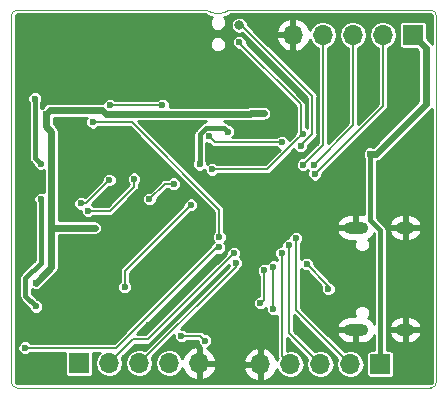
<source format=gbl>
%TF.GenerationSoftware,KiCad,Pcbnew,(6.0.0-rc1-dev-1-g01c5bdfb8)*%
%TF.CreationDate,2019-02-27T15:48:14+01:00*%
%TF.ProjectId,printer-otter,7072696E7465722D6F747465722E6B69,rev?*%
%TF.SameCoordinates,Original*%
%TF.FileFunction,Copper,L2,Bot,Signal*%
%TF.FilePolarity,Positive*%
%FSLAX46Y46*%
G04 Gerber Fmt 4.6, Leading zero omitted, Abs format (unit mm)*
G04 Created by KiCad (PCBNEW (6.0.0-rc1-dev-1-g01c5bdfb8)) date Wed Feb 27 15:48:14 2019*
%MOMM*%
%LPD*%
G01*
G04 APERTURE LIST*
%ADD10C,0.100000*%
%ADD11O,2.100000X1.000000*%
%ADD12O,1.600000X1.000000*%
%ADD13O,1.700000X1.700000*%
%ADD14R,1.700000X1.700000*%
%ADD15C,0.600000*%
%ADD16C,0.800000*%
%ADD17C,0.400000*%
%ADD18C,0.200000*%
%ADD19C,0.600000*%
%ADD20C,0.254000*%
G04 APERTURE END LIST*
D10*
X100000000Y-100500000D02*
G75*
G02X100500000Y-100000000I500000J0D01*
G01*
X100500000Y-132000000D02*
G75*
G02X100000000Y-131500000I0J500000D01*
G01*
X136000000Y-131500000D02*
G75*
G02X135500000Y-132000000I-500000J0D01*
G01*
X135500000Y-100000000D02*
G75*
G02X136000000Y-100500000I0J-500000D01*
G01*
X135500000Y-100000000D02*
X118500000Y-100000000D01*
X136000000Y-131500000D02*
X136000000Y-100500000D01*
X100500000Y-132000000D02*
X135500000Y-132000000D01*
X100000000Y-100500000D02*
X100000000Y-131500000D01*
X104500000Y-100000000D02*
X100500000Y-100000000D01*
X107000000Y-100000000D02*
X104500000Y-100000000D01*
X110000000Y-100000000D02*
X112500000Y-100000000D01*
X113000000Y-100000000D02*
X112500000Y-100000000D01*
X116500000Y-100000000D02*
X116000000Y-100000000D01*
X110000000Y-100000000D02*
X107000000Y-100000000D01*
X116000000Y-100000000D02*
X113000000Y-100000000D01*
X118499999Y-99999999D02*
G75*
G02X116500000Y-100000000I-1000000J1499998D01*
G01*
D11*
X129165000Y-127070000D03*
X129165000Y-118430000D03*
D12*
X133345000Y-127070000D03*
X133345000Y-118430000D03*
D13*
X123840000Y-102100000D03*
X126380000Y-102100000D03*
X128920000Y-102100000D03*
X131460000Y-102100000D03*
D14*
X134000000Y-102100000D03*
D13*
X121090000Y-130000000D03*
X123630000Y-130000000D03*
X126170000Y-130000000D03*
X128710000Y-130000000D03*
D14*
X131250000Y-130000000D03*
D13*
X115910000Y-129900000D03*
X113370000Y-129900000D03*
X110830000Y-129900000D03*
X108290000Y-129900000D03*
D14*
X105750000Y-129900000D03*
D15*
X133500000Y-105300000D03*
X131900000Y-112600000D03*
X131900000Y-114300000D03*
X131900000Y-115600000D03*
X119900000Y-104900000D03*
X119900000Y-106900000D03*
X111600000Y-114400000D03*
X121000000Y-112500000D03*
X117700000Y-112400000D03*
X123500000Y-116000000D03*
X118500000Y-115500000D03*
X126500000Y-118000000D03*
X112400000Y-116900000D03*
X112700000Y-121000000D03*
X119000000Y-123500000D03*
X109100000Y-127200000D03*
X105300000Y-110200000D03*
X101900000Y-114400000D03*
X104900000Y-120600000D03*
X108700000Y-121100000D03*
X126900000Y-113600000D03*
X128000000Y-115500000D03*
X124700000Y-120200000D03*
X124900000Y-122500000D03*
X124300000Y-126900000D03*
X127100000Y-127200000D03*
X104900000Y-111300000D03*
X131400000Y-109400000D03*
X124100000Y-103800000D03*
X132600000Y-103500000D03*
X130200000Y-103400000D03*
X127700000Y-103400000D03*
X125200000Y-103400000D03*
X135100000Y-110700000D03*
X132300000Y-122600000D03*
X101000000Y-107600000D03*
X103100000Y-104500000D03*
X113800000Y-115900000D03*
X106400000Y-114300000D03*
X125700000Y-106400000D03*
X127900000Y-106400000D03*
X130100000Y-106400000D03*
X108300000Y-115950000D03*
X110350000Y-116100000D03*
X103200000Y-107300000D03*
X127000000Y-109300000D03*
X111450000Y-123000000D03*
X108900000Y-110100000D03*
X113400000Y-109900000D03*
X109400000Y-113900000D03*
X111700000Y-126700000D03*
X105400000Y-127200000D03*
X122100000Y-127300000D03*
X121300000Y-127300000D03*
X107100000Y-105200000D03*
X116000000Y-122500000D03*
X114000000Y-104300000D03*
X116800000Y-105200000D03*
X102500000Y-113000000D03*
X102000000Y-107500000D03*
X102500000Y-116000000D03*
X102100000Y-125100000D03*
X108300000Y-114400000D03*
X105887845Y-116385414D03*
X110400000Y-114300000D03*
X106500000Y-117000000D03*
X117000000Y-113500000D03*
X119300000Y-102720000D03*
X130400000Y-112170000D03*
X124675728Y-110475728D03*
X116400000Y-128000000D03*
X114400000Y-127600000D03*
X121400000Y-108746500D03*
X102950000Y-108800000D03*
X107055000Y-118450000D03*
X102100000Y-123100000D03*
X101150000Y-128600000D03*
X117554008Y-120099421D03*
X121100000Y-124815008D03*
X121400000Y-122050000D03*
X106900000Y-109500000D03*
X117626646Y-119232441D03*
X122200000Y-125315000D03*
X122150000Y-121750000D03*
X115945000Y-113050000D03*
X118315000Y-110300000D03*
X125000000Y-121500000D03*
X126837316Y-123614140D03*
X115200000Y-116500000D03*
X109600000Y-123450000D03*
X111700000Y-116000000D03*
X113746375Y-114719842D03*
X122916845Y-111216845D03*
X116746046Y-110710354D03*
X108350000Y-108050000D03*
X112799996Y-108050000D03*
X118841974Y-120599996D03*
X119000000Y-121400015D03*
X122900000Y-120600000D03*
X123500000Y-119900000D03*
X124100000Y-119300000D03*
X125700000Y-113900000D03*
X125600000Y-113100000D03*
X124700000Y-113100000D03*
D16*
X119300000Y-101280000D03*
D15*
X124500000Y-111500000D03*
D17*
X102500000Y-113000000D02*
X102200001Y-112700001D01*
X102200001Y-112700001D02*
X102000000Y-112500000D01*
X102000000Y-112500000D02*
X102000000Y-107500000D01*
X101200000Y-124200000D02*
X102100000Y-125100000D01*
X101200000Y-122700000D02*
X101200000Y-124200000D01*
X102500000Y-116000000D02*
X102500000Y-121400000D01*
X102500000Y-121400000D02*
X101200000Y-122700000D01*
D18*
X106314586Y-116385414D02*
X106312109Y-116385414D01*
X108300000Y-114400000D02*
X106314586Y-116385414D01*
X106312109Y-116385414D02*
X105887845Y-116385414D01*
X108350000Y-117000000D02*
X106924264Y-117000000D01*
X106924264Y-117000000D02*
X106500000Y-117000000D01*
X110400000Y-114300000D02*
X110400000Y-114950000D01*
X110400000Y-114950000D02*
X108350000Y-117000000D01*
D17*
X130400000Y-117800000D02*
X130400000Y-112170000D01*
X131250000Y-130000000D02*
X131250000Y-118650000D01*
X131250000Y-118650000D02*
X130400000Y-117800000D01*
D18*
X124375729Y-110775727D02*
X124675728Y-110475728D01*
X117000000Y-113500000D02*
X121651456Y-113500000D01*
X121651456Y-113500000D02*
X124375729Y-110775727D01*
X124500000Y-108000000D02*
X124500000Y-110300000D01*
X119300000Y-102720000D02*
X119300000Y-102800000D01*
X124500000Y-110300000D02*
X124675728Y-110475728D01*
X119300000Y-102800000D02*
X124500000Y-108000000D01*
X116400000Y-128000000D02*
X116000000Y-127600000D01*
X116000000Y-127600000D02*
X114400000Y-127600000D01*
D19*
X130900000Y-112200000D02*
X130400000Y-112200000D01*
X135100000Y-108000000D02*
X130900000Y-112200000D01*
X134000000Y-102100000D02*
X135100000Y-103200000D01*
X135100000Y-103200000D02*
X135100000Y-108000000D01*
X102950000Y-109850000D02*
X103400000Y-110300000D01*
X102950000Y-108800000D02*
X102950000Y-109850000D01*
X103400000Y-110300000D02*
X103400000Y-116800000D01*
X103400000Y-118450000D02*
X107055000Y-118450000D01*
X103400000Y-116800000D02*
X103400000Y-118450000D01*
X103400000Y-116800000D02*
X103400000Y-121800000D01*
X102399999Y-122800001D02*
X102100000Y-123100000D01*
X103400000Y-121800000D02*
X102399999Y-122800001D01*
X107684077Y-108500001D02*
X103249999Y-108500001D01*
X120300000Y-108746500D02*
X120242498Y-108804002D01*
X120242498Y-108804002D02*
X107988078Y-108804002D01*
X103249999Y-108500001D02*
X102950000Y-108800000D01*
X107988078Y-108804002D02*
X107684077Y-108500001D01*
X121400000Y-108746500D02*
X120300000Y-108746500D01*
D18*
X117553429Y-120100000D02*
X117554008Y-120099421D01*
X117380540Y-120100000D02*
X117553429Y-120100000D01*
X101150000Y-128600000D02*
X108880540Y-128600000D01*
X108880540Y-128600000D02*
X117380540Y-120100000D01*
X121400000Y-124515008D02*
X121400000Y-122050000D01*
X121100000Y-124815008D02*
X121400000Y-124515008D01*
X117626646Y-116926646D02*
X117626646Y-118808177D01*
X117626646Y-118808177D02*
X117626646Y-119232441D01*
X106900000Y-109500000D02*
X110200000Y-109500000D01*
X110200000Y-109500000D02*
X117626646Y-116926646D01*
X122200000Y-121800000D02*
X122150000Y-121750000D01*
X122200000Y-125315000D02*
X122200000Y-121800000D01*
D17*
X116516244Y-109965832D02*
X117980832Y-109965832D01*
X115945000Y-113050000D02*
X115945000Y-110537076D01*
X115945000Y-110537076D02*
X116516244Y-109965832D01*
X117980832Y-109965832D02*
X118315000Y-110300000D01*
D18*
X125000000Y-121500000D02*
X126837316Y-123337316D01*
X126837316Y-123337316D02*
X126837316Y-123614140D01*
X115200000Y-116500000D02*
X109600000Y-122100000D01*
X109600000Y-123025736D02*
X109600000Y-123450000D01*
X109600000Y-122100000D02*
X109600000Y-123025736D01*
X113322111Y-114719842D02*
X113746375Y-114719842D01*
X112980158Y-114719842D02*
X113322111Y-114719842D01*
X111700000Y-116000000D02*
X112980158Y-114719842D01*
X122916845Y-111216845D02*
X117252537Y-111216845D01*
X117046045Y-111010353D02*
X116746046Y-110710354D01*
X117252537Y-111216845D02*
X117046045Y-111010353D01*
X108350000Y-108050000D02*
X112799996Y-108050000D01*
X108290000Y-129900000D02*
X110290000Y-127900000D01*
X118541975Y-120899995D02*
X118841974Y-120599996D01*
X111541970Y-127900000D02*
X118541975Y-120899995D01*
X110290000Y-127900000D02*
X111541970Y-127900000D01*
X110830000Y-129900000D02*
X119000000Y-121730000D01*
X119000000Y-121730000D02*
X119000000Y-121400015D01*
X122900000Y-129270000D02*
X123630000Y-130000000D01*
X122900000Y-120600000D02*
X122900000Y-129270000D01*
X123500000Y-127330000D02*
X126170000Y-130000000D01*
X123500000Y-119900000D02*
X123500000Y-127330000D01*
X124100000Y-125390000D02*
X128710000Y-130000000D01*
X124100000Y-119300000D02*
X124100000Y-125390000D01*
X131460000Y-108140000D02*
X125999999Y-113600001D01*
X125999999Y-113600001D02*
X125700000Y-113900000D01*
X131460000Y-102100000D02*
X131460000Y-108140000D01*
X128920000Y-103302081D02*
X128920000Y-102100000D01*
X125600000Y-113100000D02*
X128920000Y-109780000D01*
X128920000Y-109780000D02*
X128920000Y-103302081D01*
X124700000Y-113100000D02*
X126400000Y-111400000D01*
X126400000Y-102120000D02*
X126380000Y-102100000D01*
X126400000Y-111400000D02*
X126400000Y-102120000D01*
X124799999Y-111200001D02*
X124500000Y-111500000D01*
X125500000Y-110500000D02*
X124799999Y-111200001D01*
X119300000Y-101280000D02*
X119475000Y-101280000D01*
X125500000Y-107305000D02*
X125500000Y-110500000D01*
X119475000Y-101280000D02*
X125500000Y-107305000D01*
D20*
G36*
X116791405Y-100558143D02*
X116815335Y-100565505D01*
X116837723Y-100576721D01*
X116895233Y-100590591D01*
X117030428Y-100612149D01*
X116926067Y-100716510D01*
X116823000Y-100965336D01*
X116823000Y-101234664D01*
X116926067Y-101483490D01*
X117116510Y-101673933D01*
X117365336Y-101777000D01*
X117634664Y-101777000D01*
X117883490Y-101673933D01*
X118073933Y-101483490D01*
X118177000Y-101234664D01*
X118177000Y-100965336D01*
X118073933Y-100716510D01*
X117971939Y-100614516D01*
X118067462Y-100601023D01*
X118093055Y-100593398D01*
X118119533Y-100589870D01*
X118174894Y-100569016D01*
X118584058Y-100377000D01*
X135462870Y-100377000D01*
X135544243Y-100393186D01*
X135581752Y-100418249D01*
X135606814Y-100455756D01*
X135623001Y-100537136D01*
X135623001Y-102854158D01*
X135552041Y-102747959D01*
X135499694Y-102712982D01*
X135183406Y-102396694D01*
X135183406Y-101250000D01*
X135158027Y-101122411D01*
X135085754Y-101014246D01*
X134977589Y-100941973D01*
X134850000Y-100916594D01*
X133150000Y-100916594D01*
X133022411Y-100941973D01*
X132914246Y-101014246D01*
X132841973Y-101122411D01*
X132816594Y-101250000D01*
X132816594Y-102950000D01*
X132841973Y-103077589D01*
X132914246Y-103185754D01*
X133022411Y-103258027D01*
X133150000Y-103283406D01*
X134296694Y-103283406D01*
X134473000Y-103459712D01*
X134473001Y-107740287D01*
X130640289Y-111573000D01*
X130597144Y-111573000D01*
X130524718Y-111543000D01*
X130275282Y-111543000D01*
X130044833Y-111638455D01*
X129868455Y-111814833D01*
X129811664Y-111951939D01*
X129809380Y-111955357D01*
X129808578Y-111959389D01*
X129773000Y-112045282D01*
X129773000Y-112138250D01*
X129760717Y-112200000D01*
X129773000Y-112261750D01*
X129773000Y-112294718D01*
X129785616Y-112325177D01*
X129809380Y-112444643D01*
X129873001Y-112539858D01*
X129873000Y-117304854D01*
X129842000Y-117295000D01*
X129292000Y-117295000D01*
X129292000Y-118303000D01*
X129312000Y-118303000D01*
X129312000Y-118557000D01*
X129292000Y-118557000D01*
X129292000Y-118577000D01*
X129038000Y-118577000D01*
X129038000Y-118557000D01*
X127647046Y-118557000D01*
X127520881Y-118731874D01*
X127722632Y-119142763D01*
X128063322Y-119430002D01*
X128488000Y-119565000D01*
X129111473Y-119565000D01*
X129043000Y-119730309D01*
X129043000Y-119989691D01*
X129142261Y-120229328D01*
X129325672Y-120412739D01*
X129565309Y-120512000D01*
X129824691Y-120512000D01*
X130064328Y-120412739D01*
X130247739Y-120229328D01*
X130347000Y-119989691D01*
X130347000Y-119730309D01*
X130247739Y-119490672D01*
X130206271Y-119449204D01*
X130266678Y-119430002D01*
X130607368Y-119142763D01*
X130723001Y-118907263D01*
X130723000Y-126592735D01*
X130607368Y-126357237D01*
X130266678Y-126069998D01*
X130206271Y-126050796D01*
X130247739Y-126009328D01*
X130347000Y-125769691D01*
X130347000Y-125510309D01*
X130247739Y-125270672D01*
X130064328Y-125087261D01*
X129824691Y-124988000D01*
X129565309Y-124988000D01*
X129325672Y-125087261D01*
X129142261Y-125270672D01*
X129043000Y-125510309D01*
X129043000Y-125769691D01*
X129111473Y-125935000D01*
X128488000Y-125935000D01*
X128063322Y-126069998D01*
X127722632Y-126357237D01*
X127520881Y-126768126D01*
X127647046Y-126943000D01*
X129038000Y-126943000D01*
X129038000Y-126923000D01*
X129292000Y-126923000D01*
X129292000Y-126943000D01*
X129312000Y-126943000D01*
X129312000Y-127197000D01*
X129292000Y-127197000D01*
X129292000Y-128205000D01*
X129842000Y-128205000D01*
X130266678Y-128070002D01*
X130607368Y-127782763D01*
X130723000Y-127547265D01*
X130723000Y-128816594D01*
X130400000Y-128816594D01*
X130272411Y-128841973D01*
X130164246Y-128914246D01*
X130091973Y-129022411D01*
X130066594Y-129150000D01*
X130066594Y-130850000D01*
X130091973Y-130977589D01*
X130164246Y-131085754D01*
X130272411Y-131158027D01*
X130400000Y-131183406D01*
X132100000Y-131183406D01*
X132227589Y-131158027D01*
X132335754Y-131085754D01*
X132408027Y-130977589D01*
X132433406Y-130850000D01*
X132433406Y-129150000D01*
X132408027Y-129022411D01*
X132335754Y-128914246D01*
X132227589Y-128841973D01*
X132100000Y-128816594D01*
X131777000Y-128816594D01*
X131777000Y-127371874D01*
X131950881Y-127371874D01*
X132152632Y-127782763D01*
X132493322Y-128070002D01*
X132918000Y-128205000D01*
X133218000Y-128205000D01*
X133218000Y-127197000D01*
X133472000Y-127197000D01*
X133472000Y-128205000D01*
X133772000Y-128205000D01*
X134196678Y-128070002D01*
X134537368Y-127782763D01*
X134739119Y-127371874D01*
X134612954Y-127197000D01*
X133472000Y-127197000D01*
X133218000Y-127197000D01*
X132077046Y-127197000D01*
X131950881Y-127371874D01*
X131777000Y-127371874D01*
X131777000Y-126768126D01*
X131950881Y-126768126D01*
X132077046Y-126943000D01*
X133218000Y-126943000D01*
X133218000Y-125935000D01*
X133472000Y-125935000D01*
X133472000Y-126943000D01*
X134612954Y-126943000D01*
X134739119Y-126768126D01*
X134537368Y-126357237D01*
X134196678Y-126069998D01*
X133772000Y-125935000D01*
X133472000Y-125935000D01*
X133218000Y-125935000D01*
X132918000Y-125935000D01*
X132493322Y-126069998D01*
X132152632Y-126357237D01*
X131950881Y-126768126D01*
X131777000Y-126768126D01*
X131777000Y-118731874D01*
X131950881Y-118731874D01*
X132152632Y-119142763D01*
X132493322Y-119430002D01*
X132918000Y-119565000D01*
X133218000Y-119565000D01*
X133218000Y-118557000D01*
X133472000Y-118557000D01*
X133472000Y-119565000D01*
X133772000Y-119565000D01*
X134196678Y-119430002D01*
X134537368Y-119142763D01*
X134739119Y-118731874D01*
X134612954Y-118557000D01*
X133472000Y-118557000D01*
X133218000Y-118557000D01*
X132077046Y-118557000D01*
X131950881Y-118731874D01*
X131777000Y-118731874D01*
X131777000Y-118701899D01*
X131787323Y-118650000D01*
X131777000Y-118598101D01*
X131777000Y-118598097D01*
X131746423Y-118444375D01*
X131629945Y-118270055D01*
X131585945Y-118240655D01*
X131473416Y-118128126D01*
X131950881Y-118128126D01*
X132077046Y-118303000D01*
X133218000Y-118303000D01*
X133218000Y-117295000D01*
X133472000Y-117295000D01*
X133472000Y-118303000D01*
X134612954Y-118303000D01*
X134739119Y-118128126D01*
X134537368Y-117717237D01*
X134196678Y-117429998D01*
X133772000Y-117295000D01*
X133472000Y-117295000D01*
X133218000Y-117295000D01*
X132918000Y-117295000D01*
X132493322Y-117429998D01*
X132152632Y-117717237D01*
X131950881Y-118128126D01*
X131473416Y-118128126D01*
X130927000Y-117581710D01*
X130927000Y-112833911D01*
X130961746Y-112827000D01*
X130961750Y-112827000D01*
X131144643Y-112790620D01*
X131352041Y-112652041D01*
X131387020Y-112599691D01*
X135499693Y-108487019D01*
X135552041Y-108452041D01*
X135614978Y-108357850D01*
X135623001Y-108345842D01*
X135623000Y-131462869D01*
X135606814Y-131544244D01*
X135581752Y-131581751D01*
X135544243Y-131606814D01*
X135462870Y-131623000D01*
X100537131Y-131623000D01*
X100455756Y-131606814D01*
X100418249Y-131581752D01*
X100393186Y-131544243D01*
X100377000Y-131462870D01*
X100377000Y-128475282D01*
X100523000Y-128475282D01*
X100523000Y-128724718D01*
X100618455Y-128955167D01*
X100794833Y-129131545D01*
X101025282Y-129227000D01*
X101274718Y-129227000D01*
X101505167Y-129131545D01*
X101609712Y-129027000D01*
X104571169Y-129027000D01*
X104566594Y-129050000D01*
X104566594Y-130750000D01*
X104591973Y-130877589D01*
X104664246Y-130985754D01*
X104772411Y-131058027D01*
X104900000Y-131083406D01*
X106600000Y-131083406D01*
X106727589Y-131058027D01*
X106835754Y-130985754D01*
X106908027Y-130877589D01*
X106933406Y-130750000D01*
X106933406Y-129050000D01*
X106928831Y-129027000D01*
X107477995Y-129027000D01*
X107441431Y-129051431D01*
X107181291Y-129440758D01*
X107089942Y-129900000D01*
X107181291Y-130359242D01*
X107441431Y-130748569D01*
X107830758Y-131008709D01*
X108174080Y-131077000D01*
X108405920Y-131077000D01*
X108749242Y-131008709D01*
X109138569Y-130748569D01*
X109398709Y-130359242D01*
X109490058Y-129900000D01*
X109398709Y-129440758D01*
X109380445Y-129413424D01*
X110466870Y-128327000D01*
X111499917Y-128327000D01*
X111541970Y-128335365D01*
X111584023Y-128327000D01*
X111584024Y-128327000D01*
X111708577Y-128302225D01*
X111849820Y-128207850D01*
X111873645Y-128172193D01*
X118416379Y-121629460D01*
X118439896Y-121686235D01*
X111316577Y-128809555D01*
X111289242Y-128791291D01*
X110945920Y-128723000D01*
X110714080Y-128723000D01*
X110370758Y-128791291D01*
X109981431Y-129051431D01*
X109721291Y-129440758D01*
X109629942Y-129900000D01*
X109721291Y-130359242D01*
X109981431Y-130748569D01*
X110370758Y-131008709D01*
X110714080Y-131077000D01*
X110945920Y-131077000D01*
X111289242Y-131008709D01*
X111678569Y-130748569D01*
X111938709Y-130359242D01*
X112030058Y-129900000D01*
X112169942Y-129900000D01*
X112261291Y-130359242D01*
X112521431Y-130748569D01*
X112910758Y-131008709D01*
X113254080Y-131077000D01*
X113485920Y-131077000D01*
X113829242Y-131008709D01*
X114218569Y-130748569D01*
X114478709Y-130359242D01*
X114489977Y-130302594D01*
X114714817Y-130781358D01*
X115143076Y-131171645D01*
X115553110Y-131341476D01*
X115783000Y-131220155D01*
X115783000Y-130027000D01*
X116037000Y-130027000D01*
X116037000Y-131220155D01*
X116266890Y-131341476D01*
X116676924Y-131171645D01*
X117105183Y-130781358D01*
X117304523Y-130356892D01*
X119648514Y-130356892D01*
X119894817Y-130881358D01*
X120323076Y-131271645D01*
X120733110Y-131441476D01*
X120963000Y-131320155D01*
X120963000Y-130127000D01*
X119769181Y-130127000D01*
X119648514Y-130356892D01*
X117304523Y-130356892D01*
X117351486Y-130256892D01*
X117230819Y-130027000D01*
X116037000Y-130027000D01*
X115783000Y-130027000D01*
X115763000Y-130027000D01*
X115763000Y-129773000D01*
X115783000Y-129773000D01*
X115783000Y-128579845D01*
X115553110Y-128458524D01*
X115143076Y-128628355D01*
X114714817Y-129018642D01*
X114489977Y-129497406D01*
X114478709Y-129440758D01*
X114218569Y-129051431D01*
X113829242Y-128791291D01*
X113485920Y-128723000D01*
X113254080Y-128723000D01*
X112910758Y-128791291D01*
X112521431Y-129051431D01*
X112261291Y-129440758D01*
X112169942Y-129900000D01*
X112030058Y-129900000D01*
X111938709Y-129440758D01*
X111920445Y-129413423D01*
X113773000Y-127560868D01*
X113773000Y-127724718D01*
X113868455Y-127955167D01*
X114044833Y-128131545D01*
X114275282Y-128227000D01*
X114524718Y-128227000D01*
X114755167Y-128131545D01*
X114859712Y-128027000D01*
X115773000Y-128027000D01*
X115773000Y-128124718D01*
X115868455Y-128355167D01*
X116044833Y-128531545D01*
X116091721Y-128550967D01*
X116037000Y-128579845D01*
X116037000Y-129773000D01*
X117230819Y-129773000D01*
X117298997Y-129643108D01*
X119648514Y-129643108D01*
X119769181Y-129873000D01*
X120963000Y-129873000D01*
X120963000Y-128679845D01*
X120733110Y-128558524D01*
X120323076Y-128728355D01*
X119894817Y-129118642D01*
X119648514Y-129643108D01*
X117298997Y-129643108D01*
X117351486Y-129543108D01*
X117105183Y-129018642D01*
X116676924Y-128628355D01*
X116599183Y-128596156D01*
X116755167Y-128531545D01*
X116931545Y-128355167D01*
X117027000Y-128124718D01*
X117027000Y-127875282D01*
X116931545Y-127644833D01*
X116755167Y-127468455D01*
X116524718Y-127373000D01*
X116376868Y-127373000D01*
X116331675Y-127327807D01*
X116307850Y-127292150D01*
X116166607Y-127197775D01*
X116042054Y-127173000D01*
X116042053Y-127173000D01*
X116000000Y-127164635D01*
X115957947Y-127173000D01*
X114859712Y-127173000D01*
X114755167Y-127068455D01*
X114524718Y-126973000D01*
X114360868Y-126973000D01*
X116643578Y-124690290D01*
X120473000Y-124690290D01*
X120473000Y-124939726D01*
X120568455Y-125170175D01*
X120744833Y-125346553D01*
X120975282Y-125442008D01*
X121224718Y-125442008D01*
X121455167Y-125346553D01*
X121573000Y-125228720D01*
X121573000Y-125439718D01*
X121668455Y-125670167D01*
X121844833Y-125846545D01*
X122075282Y-125942000D01*
X122324718Y-125942000D01*
X122473001Y-125880579D01*
X122473001Y-129227942D01*
X122464635Y-129270000D01*
X122497776Y-129436607D01*
X122544329Y-129506279D01*
X122521291Y-129540758D01*
X122510023Y-129597406D01*
X122285183Y-129118642D01*
X121856924Y-128728355D01*
X121446890Y-128558524D01*
X121217000Y-128679845D01*
X121217000Y-129873000D01*
X121237000Y-129873000D01*
X121237000Y-130127000D01*
X121217000Y-130127000D01*
X121217000Y-131320155D01*
X121446890Y-131441476D01*
X121856924Y-131271645D01*
X122285183Y-130881358D01*
X122510023Y-130402594D01*
X122521291Y-130459242D01*
X122781431Y-130848569D01*
X123170758Y-131108709D01*
X123514080Y-131177000D01*
X123745920Y-131177000D01*
X124089242Y-131108709D01*
X124478569Y-130848569D01*
X124738709Y-130459242D01*
X124830058Y-130000000D01*
X124738709Y-129540758D01*
X124478569Y-129151431D01*
X124089242Y-128891291D01*
X123745920Y-128823000D01*
X123514080Y-128823000D01*
X123327000Y-128860213D01*
X123327000Y-127760868D01*
X125079555Y-129513424D01*
X125061291Y-129540758D01*
X124969942Y-130000000D01*
X125061291Y-130459242D01*
X125321431Y-130848569D01*
X125710758Y-131108709D01*
X126054080Y-131177000D01*
X126285920Y-131177000D01*
X126629242Y-131108709D01*
X127018569Y-130848569D01*
X127278709Y-130459242D01*
X127370058Y-130000000D01*
X127278709Y-129540758D01*
X127018569Y-129151431D01*
X126629242Y-128891291D01*
X126285920Y-128823000D01*
X126054080Y-128823000D01*
X125710758Y-128891291D01*
X125683424Y-128909555D01*
X123927000Y-127153132D01*
X123927000Y-125820868D01*
X127619555Y-129513424D01*
X127601291Y-129540758D01*
X127509942Y-130000000D01*
X127601291Y-130459242D01*
X127861431Y-130848569D01*
X128250758Y-131108709D01*
X128594080Y-131177000D01*
X128825920Y-131177000D01*
X129169242Y-131108709D01*
X129558569Y-130848569D01*
X129818709Y-130459242D01*
X129910058Y-130000000D01*
X129818709Y-129540758D01*
X129558569Y-129151431D01*
X129169242Y-128891291D01*
X128825920Y-128823000D01*
X128594080Y-128823000D01*
X128250758Y-128891291D01*
X128223424Y-128909555D01*
X126685743Y-127371874D01*
X127520881Y-127371874D01*
X127722632Y-127782763D01*
X128063322Y-128070002D01*
X128488000Y-128205000D01*
X129038000Y-128205000D01*
X129038000Y-127197000D01*
X127647046Y-127197000D01*
X127520881Y-127371874D01*
X126685743Y-127371874D01*
X124527000Y-125213132D01*
X124527000Y-121913712D01*
X124644833Y-122031545D01*
X124875282Y-122127000D01*
X125023132Y-122127000D01*
X126261641Y-123365511D01*
X126210316Y-123489422D01*
X126210316Y-123738858D01*
X126305771Y-123969307D01*
X126482149Y-124145685D01*
X126712598Y-124241140D01*
X126962034Y-124241140D01*
X127192483Y-124145685D01*
X127368861Y-123969307D01*
X127464316Y-123738858D01*
X127464316Y-123489422D01*
X127368861Y-123258973D01*
X127192483Y-123082595D01*
X127176143Y-123075827D01*
X127145166Y-123029466D01*
X127109515Y-123005645D01*
X125627000Y-121523132D01*
X125627000Y-121375282D01*
X125531545Y-121144833D01*
X125355167Y-120968455D01*
X125124718Y-120873000D01*
X124875282Y-120873000D01*
X124644833Y-120968455D01*
X124527000Y-121086288D01*
X124527000Y-119759712D01*
X124631545Y-119655167D01*
X124727000Y-119424718D01*
X124727000Y-119175282D01*
X124631545Y-118944833D01*
X124455167Y-118768455D01*
X124224718Y-118673000D01*
X123975282Y-118673000D01*
X123744833Y-118768455D01*
X123568455Y-118944833D01*
X123473000Y-119175282D01*
X123473000Y-119273000D01*
X123375282Y-119273000D01*
X123144833Y-119368455D01*
X122968455Y-119544833D01*
X122873000Y-119775282D01*
X122873000Y-119973000D01*
X122775282Y-119973000D01*
X122544833Y-120068455D01*
X122368455Y-120244833D01*
X122273000Y-120475282D01*
X122273000Y-120724718D01*
X122368455Y-120955167D01*
X122473000Y-121059712D01*
X122473000Y-121205131D01*
X122274718Y-121123000D01*
X122025282Y-121123000D01*
X121794833Y-121218455D01*
X121618455Y-121394833D01*
X121594769Y-121452016D01*
X121524718Y-121423000D01*
X121275282Y-121423000D01*
X121044833Y-121518455D01*
X120868455Y-121694833D01*
X120773000Y-121925282D01*
X120773000Y-122174718D01*
X120868455Y-122405167D01*
X120973001Y-122509713D01*
X120973000Y-124188953D01*
X120744833Y-124283463D01*
X120568455Y-124459841D01*
X120473000Y-124690290D01*
X116643578Y-124690290D01*
X119272196Y-122061673D01*
X119307850Y-122037850D01*
X119402225Y-121896607D01*
X119405231Y-121881496D01*
X119531545Y-121755182D01*
X119627000Y-121524733D01*
X119627000Y-121275297D01*
X119531545Y-121044848D01*
X119393536Y-120906839D01*
X119468974Y-120724714D01*
X119468974Y-120475278D01*
X119373519Y-120244829D01*
X119197141Y-120068451D01*
X118966692Y-119972996D01*
X118717256Y-119972996D01*
X118486807Y-120068451D01*
X118310429Y-120244829D01*
X118214974Y-120475278D01*
X118214974Y-120623127D01*
X111365102Y-127473000D01*
X110611408Y-127473000D01*
X117378873Y-120705537D01*
X117429290Y-120726421D01*
X117678726Y-120726421D01*
X117909175Y-120630966D01*
X118085553Y-120454588D01*
X118181008Y-120224139D01*
X118181008Y-119974703D01*
X118085553Y-119744254D01*
X118043549Y-119702250D01*
X118158191Y-119587608D01*
X118253646Y-119357159D01*
X118253646Y-119107723D01*
X118158191Y-118877274D01*
X118053646Y-118772729D01*
X118053646Y-118128126D01*
X127520881Y-118128126D01*
X127647046Y-118303000D01*
X129038000Y-118303000D01*
X129038000Y-117295000D01*
X128488000Y-117295000D01*
X128063322Y-117429998D01*
X127722632Y-117717237D01*
X127520881Y-118128126D01*
X118053646Y-118128126D01*
X118053646Y-116968698D01*
X118062011Y-116926645D01*
X118043462Y-116833393D01*
X118028871Y-116760039D01*
X117934496Y-116618796D01*
X117898842Y-116594973D01*
X110734870Y-109431002D01*
X116503710Y-109431002D01*
X116464345Y-109438832D01*
X116464341Y-109438832D01*
X116310619Y-109469409D01*
X116274406Y-109493606D01*
X116180299Y-109556486D01*
X116180296Y-109556489D01*
X116136299Y-109585887D01*
X116106900Y-109629885D01*
X115609053Y-110127733D01*
X115565056Y-110157131D01*
X115535658Y-110201128D01*
X115535654Y-110201132D01*
X115448578Y-110331451D01*
X115444688Y-110351010D01*
X115407677Y-110537076D01*
X115418001Y-110588979D01*
X115418000Y-112690288D01*
X115413455Y-112694833D01*
X115318000Y-112925282D01*
X115318000Y-113174718D01*
X115413455Y-113405167D01*
X115589833Y-113581545D01*
X115820282Y-113677000D01*
X116069718Y-113677000D01*
X116300167Y-113581545D01*
X116373000Y-113508712D01*
X116373000Y-113624718D01*
X116468455Y-113855167D01*
X116644833Y-114031545D01*
X116875282Y-114127000D01*
X117124718Y-114127000D01*
X117355167Y-114031545D01*
X117459712Y-113927000D01*
X121609403Y-113927000D01*
X121651456Y-113935365D01*
X121693509Y-113927000D01*
X121693510Y-113927000D01*
X121818063Y-113902225D01*
X121959306Y-113807850D01*
X121983131Y-113772193D01*
X123948451Y-111806874D01*
X123968455Y-111855167D01*
X124144833Y-112031545D01*
X124375282Y-112127000D01*
X124624718Y-112127000D01*
X124855167Y-112031545D01*
X125031545Y-111855167D01*
X125127000Y-111624718D01*
X125127000Y-111476869D01*
X125131670Y-111472199D01*
X125131672Y-111472196D01*
X125772195Y-110831673D01*
X125807850Y-110807850D01*
X125894157Y-110678682D01*
X125902225Y-110666608D01*
X125935365Y-110500000D01*
X125927000Y-110457946D01*
X125927000Y-107347054D01*
X125935365Y-107305000D01*
X125902225Y-107138393D01*
X125889972Y-107120055D01*
X125807850Y-106997150D01*
X125772196Y-106973327D01*
X121255761Y-102456892D01*
X122398514Y-102456892D01*
X122644817Y-102981358D01*
X123073076Y-103371645D01*
X123483110Y-103541476D01*
X123713000Y-103420155D01*
X123713000Y-102227000D01*
X122519181Y-102227000D01*
X122398514Y-102456892D01*
X121255761Y-102456892D01*
X120541977Y-101743108D01*
X122398514Y-101743108D01*
X122519181Y-101973000D01*
X123713000Y-101973000D01*
X123713000Y-100779845D01*
X123967000Y-100779845D01*
X123967000Y-101973000D01*
X123987000Y-101973000D01*
X123987000Y-102227000D01*
X123967000Y-102227000D01*
X123967000Y-103420155D01*
X124196890Y-103541476D01*
X124606924Y-103371645D01*
X125035183Y-102981358D01*
X125260023Y-102502594D01*
X125271291Y-102559242D01*
X125531431Y-102948569D01*
X125920758Y-103208709D01*
X125973001Y-103219101D01*
X125973000Y-111223131D01*
X124723132Y-112473000D01*
X124575282Y-112473000D01*
X124344833Y-112568455D01*
X124168455Y-112744833D01*
X124073000Y-112975282D01*
X124073000Y-113224718D01*
X124168455Y-113455167D01*
X124344833Y-113631545D01*
X124575282Y-113727000D01*
X124824718Y-113727000D01*
X125055167Y-113631545D01*
X125150000Y-113536712D01*
X125165428Y-113552140D01*
X125073000Y-113775282D01*
X125073000Y-114024718D01*
X125168455Y-114255167D01*
X125344833Y-114431545D01*
X125575282Y-114527000D01*
X125824718Y-114527000D01*
X126055167Y-114431545D01*
X126231545Y-114255167D01*
X126327000Y-114024718D01*
X126327000Y-113876869D01*
X126331670Y-113872199D01*
X126331672Y-113872196D01*
X131732196Y-108471673D01*
X131767850Y-108447850D01*
X131862225Y-108306607D01*
X131887000Y-108182054D01*
X131895365Y-108140001D01*
X131887000Y-108097948D01*
X131887000Y-103215122D01*
X131919242Y-103208709D01*
X132308569Y-102948569D01*
X132568709Y-102559242D01*
X132660058Y-102100000D01*
X132568709Y-101640758D01*
X132308569Y-101251431D01*
X131919242Y-100991291D01*
X131575920Y-100923000D01*
X131344080Y-100923000D01*
X131000758Y-100991291D01*
X130611431Y-101251431D01*
X130351291Y-101640758D01*
X130259942Y-102100000D01*
X130351291Y-102559242D01*
X130611431Y-102948569D01*
X131000758Y-103208709D01*
X131033000Y-103215122D01*
X131033001Y-107963130D01*
X129347000Y-109649131D01*
X129347000Y-103215122D01*
X129379242Y-103208709D01*
X129768569Y-102948569D01*
X130028709Y-102559242D01*
X130120058Y-102100000D01*
X130028709Y-101640758D01*
X129768569Y-101251431D01*
X129379242Y-100991291D01*
X129035920Y-100923000D01*
X128804080Y-100923000D01*
X128460758Y-100991291D01*
X128071431Y-101251431D01*
X127811291Y-101640758D01*
X127719942Y-102100000D01*
X127811291Y-102559242D01*
X128071431Y-102948569D01*
X128460758Y-103208709D01*
X128493000Y-103215122D01*
X128493000Y-103344134D01*
X128493001Y-103344139D01*
X128493000Y-109603131D01*
X126827000Y-111269132D01*
X126827000Y-103211144D01*
X126839242Y-103208709D01*
X127228569Y-102948569D01*
X127488709Y-102559242D01*
X127580058Y-102100000D01*
X127488709Y-101640758D01*
X127228569Y-101251431D01*
X126839242Y-100991291D01*
X126495920Y-100923000D01*
X126264080Y-100923000D01*
X125920758Y-100991291D01*
X125531431Y-101251431D01*
X125271291Y-101640758D01*
X125260023Y-101697406D01*
X125035183Y-101218642D01*
X124606924Y-100828355D01*
X124196890Y-100658524D01*
X123967000Y-100779845D01*
X123713000Y-100779845D01*
X123483110Y-100658524D01*
X123073076Y-100828355D01*
X122644817Y-101218642D01*
X122398514Y-101743108D01*
X120541977Y-101743108D01*
X120027000Y-101228132D01*
X120027000Y-101135391D01*
X119916321Y-100868187D01*
X119711813Y-100663679D01*
X119444609Y-100553000D01*
X119155391Y-100553000D01*
X118888187Y-100663679D01*
X118683679Y-100868187D01*
X118573000Y-101135391D01*
X118573000Y-101424609D01*
X118683679Y-101691813D01*
X118888187Y-101896321D01*
X119155391Y-102007000D01*
X119444609Y-102007000D01*
X119553166Y-101962034D01*
X125073000Y-107481869D01*
X125073001Y-109986289D01*
X125030895Y-109944183D01*
X124927000Y-109901148D01*
X124927000Y-108042054D01*
X124935365Y-108000000D01*
X124902225Y-107833393D01*
X124901395Y-107832151D01*
X124807850Y-107692150D01*
X124772196Y-107668327D01*
X119927000Y-102823132D01*
X119927000Y-102595282D01*
X119831545Y-102364833D01*
X119655167Y-102188455D01*
X119424718Y-102093000D01*
X119175282Y-102093000D01*
X118944833Y-102188455D01*
X118768455Y-102364833D01*
X118673000Y-102595282D01*
X118673000Y-102844718D01*
X118768455Y-103075167D01*
X118944833Y-103251545D01*
X119175282Y-103347000D01*
X119243132Y-103347000D01*
X124073000Y-108176869D01*
X124073001Y-110257942D01*
X124064635Y-110300000D01*
X124066329Y-110308517D01*
X124048728Y-110351010D01*
X124048728Y-110498859D01*
X123517958Y-111029629D01*
X123448390Y-110861678D01*
X123272012Y-110685300D01*
X123041563Y-110589845D01*
X122792127Y-110589845D01*
X122561678Y-110685300D01*
X122457133Y-110789845D01*
X118711867Y-110789845D01*
X118846545Y-110655167D01*
X118942000Y-110424718D01*
X118942000Y-110175282D01*
X118846545Y-109944833D01*
X118670167Y-109768455D01*
X118439718Y-109673000D01*
X118433290Y-109673000D01*
X118390177Y-109629887D01*
X118360777Y-109585887D01*
X118186457Y-109469409D01*
X118032735Y-109438832D01*
X118032730Y-109438832D01*
X117993365Y-109431002D01*
X120180752Y-109431002D01*
X120242498Y-109443284D01*
X120304244Y-109431002D01*
X120304248Y-109431002D01*
X120487141Y-109394622D01*
X120518752Y-109373500D01*
X121524718Y-109373500D01*
X121582894Y-109349403D01*
X121644643Y-109337120D01*
X121696991Y-109302142D01*
X121755167Y-109278045D01*
X121799693Y-109233519D01*
X121852041Y-109198541D01*
X121887020Y-109146192D01*
X121931545Y-109101667D01*
X121955642Y-109043491D01*
X121990620Y-108991143D01*
X122002903Y-108929394D01*
X122027000Y-108871218D01*
X122027000Y-108808250D01*
X122039283Y-108746500D01*
X122027000Y-108684750D01*
X122027000Y-108621782D01*
X122002903Y-108563606D01*
X121990620Y-108501857D01*
X121955642Y-108449509D01*
X121931545Y-108391333D01*
X121887019Y-108346807D01*
X121852041Y-108294459D01*
X121799693Y-108259481D01*
X121755167Y-108214955D01*
X121696991Y-108190858D01*
X121644643Y-108155880D01*
X121582894Y-108143597D01*
X121524718Y-108119500D01*
X120361745Y-108119500D01*
X120299999Y-108107218D01*
X120238253Y-108119500D01*
X120238250Y-108119500D01*
X120055357Y-108155880D01*
X120023746Y-108177002D01*
X113426050Y-108177002D01*
X113426996Y-108174718D01*
X113426996Y-107925282D01*
X113331541Y-107694833D01*
X113155163Y-107518455D01*
X112924714Y-107423000D01*
X112675278Y-107423000D01*
X112444829Y-107518455D01*
X112340284Y-107623000D01*
X108809712Y-107623000D01*
X108705167Y-107518455D01*
X108474718Y-107423000D01*
X108225282Y-107423000D01*
X107994833Y-107518455D01*
X107818455Y-107694833D01*
X107744744Y-107872786D01*
X107684077Y-107860719D01*
X107622331Y-107873001D01*
X103311745Y-107873001D01*
X103249999Y-107860719D01*
X103188253Y-107873001D01*
X103188249Y-107873001D01*
X103005356Y-107909381D01*
X102797958Y-108047960D01*
X102762978Y-108100311D01*
X102594835Y-108268454D01*
X102594833Y-108268455D01*
X102550307Y-108312981D01*
X102527000Y-108328554D01*
X102527000Y-107859712D01*
X102531545Y-107855167D01*
X102627000Y-107624718D01*
X102627000Y-107375282D01*
X102531545Y-107144833D01*
X102355167Y-106968455D01*
X102124718Y-106873000D01*
X101875282Y-106873000D01*
X101644833Y-106968455D01*
X101468455Y-107144833D01*
X101373000Y-107375282D01*
X101373000Y-107624718D01*
X101468455Y-107855167D01*
X101473001Y-107859713D01*
X101473000Y-112448102D01*
X101462677Y-112500000D01*
X101473000Y-112551898D01*
X101473000Y-112551902D01*
X101503577Y-112705624D01*
X101503578Y-112705625D01*
X101585215Y-112827803D01*
X101620055Y-112879945D01*
X101664055Y-112909345D01*
X101873000Y-113118290D01*
X101873000Y-113124718D01*
X101968455Y-113355167D01*
X102144833Y-113531545D01*
X102375282Y-113627000D01*
X102624718Y-113627000D01*
X102773001Y-113565579D01*
X102773001Y-115434421D01*
X102624718Y-115373000D01*
X102375282Y-115373000D01*
X102144833Y-115468455D01*
X101968455Y-115644833D01*
X101873000Y-115875282D01*
X101873000Y-116124718D01*
X101968455Y-116355167D01*
X101973000Y-116359712D01*
X101973001Y-121181708D01*
X100864055Y-122290655D01*
X100820055Y-122320055D01*
X100703577Y-122494376D01*
X100673000Y-122648098D01*
X100673000Y-122648102D01*
X100662677Y-122700000D01*
X100673000Y-122751898D01*
X100673001Y-124148098D01*
X100662677Y-124200000D01*
X100703578Y-124405625D01*
X100790654Y-124535944D01*
X100790658Y-124535948D01*
X100820056Y-124579945D01*
X100864053Y-124609343D01*
X101473000Y-125218291D01*
X101473000Y-125224718D01*
X101568455Y-125455167D01*
X101744833Y-125631545D01*
X101975282Y-125727000D01*
X102224718Y-125727000D01*
X102455167Y-125631545D01*
X102631545Y-125455167D01*
X102727000Y-125224718D01*
X102727000Y-124975282D01*
X102631545Y-124744833D01*
X102455167Y-124568455D01*
X102224718Y-124473000D01*
X102218291Y-124473000D01*
X101727000Y-123981710D01*
X101727000Y-123613712D01*
X101744833Y-123631545D01*
X101803011Y-123655643D01*
X101855358Y-123690620D01*
X101917104Y-123702902D01*
X101975282Y-123727000D01*
X102038254Y-123727000D01*
X102100000Y-123739282D01*
X102161746Y-123727000D01*
X102224718Y-123727000D01*
X102282896Y-123702902D01*
X102344642Y-123690620D01*
X102396988Y-123655643D01*
X102455167Y-123631545D01*
X102631545Y-123455167D01*
X102631546Y-123455165D01*
X102761429Y-123325282D01*
X108973000Y-123325282D01*
X108973000Y-123574718D01*
X109068455Y-123805167D01*
X109244833Y-123981545D01*
X109475282Y-124077000D01*
X109724718Y-124077000D01*
X109955167Y-123981545D01*
X110131545Y-123805167D01*
X110227000Y-123574718D01*
X110227000Y-123325282D01*
X110131545Y-123094833D01*
X110027000Y-122990288D01*
X110027000Y-122276868D01*
X115176869Y-117127000D01*
X115324718Y-117127000D01*
X115555167Y-117031545D01*
X115731545Y-116855167D01*
X115827000Y-116624718D01*
X115827000Y-116375282D01*
X115731545Y-116144833D01*
X115555167Y-115968455D01*
X115324718Y-115873000D01*
X115075282Y-115873000D01*
X114844833Y-115968455D01*
X114668455Y-116144833D01*
X114573000Y-116375282D01*
X114573000Y-116523131D01*
X109327807Y-121768325D01*
X109292150Y-121792150D01*
X109197775Y-121933394D01*
X109182946Y-122007946D01*
X109164635Y-122100000D01*
X109173000Y-122142053D01*
X109173001Y-122983678D01*
X109173000Y-122983683D01*
X109173000Y-122990288D01*
X109068455Y-123094833D01*
X108973000Y-123325282D01*
X102761429Y-123325282D01*
X102887019Y-123199692D01*
X103799693Y-122287019D01*
X103852041Y-122252041D01*
X103913061Y-122160719D01*
X103990620Y-122044643D01*
X103995085Y-122022197D01*
X104027000Y-121861750D01*
X104027000Y-121861746D01*
X104039282Y-121800000D01*
X104027000Y-121738254D01*
X104027000Y-119077000D01*
X107179718Y-119077000D01*
X107237894Y-119052903D01*
X107299643Y-119040620D01*
X107351991Y-119005642D01*
X107410167Y-118981545D01*
X107454693Y-118937019D01*
X107507041Y-118902041D01*
X107542019Y-118849693D01*
X107586545Y-118805167D01*
X107610642Y-118746991D01*
X107645620Y-118694643D01*
X107657903Y-118632894D01*
X107682000Y-118574718D01*
X107682000Y-118511750D01*
X107694283Y-118450000D01*
X107682000Y-118388250D01*
X107682000Y-118325282D01*
X107657903Y-118267106D01*
X107645620Y-118205357D01*
X107610642Y-118153009D01*
X107586545Y-118094833D01*
X107542019Y-118050307D01*
X107507041Y-117997959D01*
X107454693Y-117962981D01*
X107410167Y-117918455D01*
X107351991Y-117894358D01*
X107299643Y-117859380D01*
X107237894Y-117847097D01*
X107179718Y-117823000D01*
X104027000Y-117823000D01*
X104027000Y-116260696D01*
X105260845Y-116260696D01*
X105260845Y-116510132D01*
X105356300Y-116740581D01*
X105532678Y-116916959D01*
X105763127Y-117012414D01*
X105873000Y-117012414D01*
X105873000Y-117124718D01*
X105968455Y-117355167D01*
X106144833Y-117531545D01*
X106375282Y-117627000D01*
X106624718Y-117627000D01*
X106855167Y-117531545D01*
X106959712Y-117427000D01*
X108307947Y-117427000D01*
X108350000Y-117435365D01*
X108392053Y-117427000D01*
X108392054Y-117427000D01*
X108516607Y-117402225D01*
X108657850Y-117307850D01*
X108681675Y-117272193D01*
X110078586Y-115875282D01*
X111073000Y-115875282D01*
X111073000Y-116124718D01*
X111168455Y-116355167D01*
X111344833Y-116531545D01*
X111575282Y-116627000D01*
X111824718Y-116627000D01*
X112055167Y-116531545D01*
X112231545Y-116355167D01*
X112327000Y-116124718D01*
X112327000Y-115976868D01*
X113157027Y-115146842D01*
X113286663Y-115146842D01*
X113391208Y-115251387D01*
X113621657Y-115346842D01*
X113871093Y-115346842D01*
X114101542Y-115251387D01*
X114277920Y-115075009D01*
X114373375Y-114844560D01*
X114373375Y-114595124D01*
X114277920Y-114364675D01*
X114101542Y-114188297D01*
X113871093Y-114092842D01*
X113621657Y-114092842D01*
X113391208Y-114188297D01*
X113286663Y-114292842D01*
X113022212Y-114292842D01*
X112980158Y-114284477D01*
X112938104Y-114292842D01*
X112813551Y-114317617D01*
X112672308Y-114411992D01*
X112648485Y-114447646D01*
X111723132Y-115373000D01*
X111575282Y-115373000D01*
X111344833Y-115468455D01*
X111168455Y-115644833D01*
X111073000Y-115875282D01*
X110078586Y-115875282D01*
X110672196Y-115281673D01*
X110707850Y-115257850D01*
X110802225Y-115116607D01*
X110827000Y-114992054D01*
X110835365Y-114950000D01*
X110827000Y-114907946D01*
X110827000Y-114759712D01*
X110931545Y-114655167D01*
X111027000Y-114424718D01*
X111027000Y-114175282D01*
X110931545Y-113944833D01*
X110755167Y-113768455D01*
X110524718Y-113673000D01*
X110275282Y-113673000D01*
X110044833Y-113768455D01*
X109868455Y-113944833D01*
X109773000Y-114175282D01*
X109773000Y-114424718D01*
X109868455Y-114655167D01*
X109973001Y-114759713D01*
X109973001Y-114773130D01*
X108173132Y-116573000D01*
X106959712Y-116573000D01*
X106855167Y-116468455D01*
X106841199Y-116462669D01*
X108276869Y-115027000D01*
X108424718Y-115027000D01*
X108655167Y-114931545D01*
X108831545Y-114755167D01*
X108927000Y-114524718D01*
X108927000Y-114275282D01*
X108831545Y-114044833D01*
X108655167Y-113868455D01*
X108424718Y-113773000D01*
X108175282Y-113773000D01*
X107944833Y-113868455D01*
X107768455Y-114044833D01*
X107673000Y-114275282D01*
X107673000Y-114423131D01*
X106242482Y-115853650D01*
X106012563Y-115758414D01*
X105763127Y-115758414D01*
X105532678Y-115853869D01*
X105356300Y-116030247D01*
X105260845Y-116260696D01*
X104027000Y-116260696D01*
X104027000Y-110361745D01*
X104039282Y-110299999D01*
X104027000Y-110238251D01*
X104027000Y-110238250D01*
X103990620Y-110055357D01*
X103894665Y-109911750D01*
X103887019Y-109900307D01*
X103852041Y-109847959D01*
X103799694Y-109812982D01*
X103577000Y-109590289D01*
X103577000Y-109127001D01*
X106386287Y-109127001D01*
X106368455Y-109144833D01*
X106273000Y-109375282D01*
X106273000Y-109624718D01*
X106368455Y-109855167D01*
X106544833Y-110031545D01*
X106775282Y-110127000D01*
X107024718Y-110127000D01*
X107255167Y-110031545D01*
X107359712Y-109927000D01*
X110023132Y-109927000D01*
X117199646Y-117103515D01*
X117199647Y-118766119D01*
X117199646Y-118766124D01*
X117199646Y-118772729D01*
X117095101Y-118877274D01*
X116999646Y-119107723D01*
X116999646Y-119357159D01*
X117095101Y-119587608D01*
X117137105Y-119629612D01*
X117022463Y-119744254D01*
X116944715Y-119931955D01*
X108703672Y-128173000D01*
X101609712Y-128173000D01*
X101505167Y-128068455D01*
X101274718Y-127973000D01*
X101025282Y-127973000D01*
X100794833Y-128068455D01*
X100618455Y-128244833D01*
X100523000Y-128475282D01*
X100377000Y-128475282D01*
X100377000Y-102765336D01*
X116823000Y-102765336D01*
X116823000Y-103034664D01*
X116926067Y-103283490D01*
X117116510Y-103473933D01*
X117365336Y-103577000D01*
X117634664Y-103577000D01*
X117883490Y-103473933D01*
X118073933Y-103283490D01*
X118177000Y-103034664D01*
X118177000Y-102765336D01*
X118073933Y-102516510D01*
X117883490Y-102326067D01*
X117634664Y-102223000D01*
X117365336Y-102223000D01*
X117116510Y-102326067D01*
X116926067Y-102516510D01*
X116823000Y-102765336D01*
X100377000Y-102765336D01*
X100377000Y-100537130D01*
X100393186Y-100455757D01*
X100418249Y-100418248D01*
X100455756Y-100393186D01*
X100537131Y-100377000D01*
X116414175Y-100377000D01*
X116791405Y-100558143D01*
X116791405Y-100558143D01*
G37*
X116791405Y-100558143D02*
X116815335Y-100565505D01*
X116837723Y-100576721D01*
X116895233Y-100590591D01*
X117030428Y-100612149D01*
X116926067Y-100716510D01*
X116823000Y-100965336D01*
X116823000Y-101234664D01*
X116926067Y-101483490D01*
X117116510Y-101673933D01*
X117365336Y-101777000D01*
X117634664Y-101777000D01*
X117883490Y-101673933D01*
X118073933Y-101483490D01*
X118177000Y-101234664D01*
X118177000Y-100965336D01*
X118073933Y-100716510D01*
X117971939Y-100614516D01*
X118067462Y-100601023D01*
X118093055Y-100593398D01*
X118119533Y-100589870D01*
X118174894Y-100569016D01*
X118584058Y-100377000D01*
X135462870Y-100377000D01*
X135544243Y-100393186D01*
X135581752Y-100418249D01*
X135606814Y-100455756D01*
X135623001Y-100537136D01*
X135623001Y-102854158D01*
X135552041Y-102747959D01*
X135499694Y-102712982D01*
X135183406Y-102396694D01*
X135183406Y-101250000D01*
X135158027Y-101122411D01*
X135085754Y-101014246D01*
X134977589Y-100941973D01*
X134850000Y-100916594D01*
X133150000Y-100916594D01*
X133022411Y-100941973D01*
X132914246Y-101014246D01*
X132841973Y-101122411D01*
X132816594Y-101250000D01*
X132816594Y-102950000D01*
X132841973Y-103077589D01*
X132914246Y-103185754D01*
X133022411Y-103258027D01*
X133150000Y-103283406D01*
X134296694Y-103283406D01*
X134473000Y-103459712D01*
X134473001Y-107740287D01*
X130640289Y-111573000D01*
X130597144Y-111573000D01*
X130524718Y-111543000D01*
X130275282Y-111543000D01*
X130044833Y-111638455D01*
X129868455Y-111814833D01*
X129811664Y-111951939D01*
X129809380Y-111955357D01*
X129808578Y-111959389D01*
X129773000Y-112045282D01*
X129773000Y-112138250D01*
X129760717Y-112200000D01*
X129773000Y-112261750D01*
X129773000Y-112294718D01*
X129785616Y-112325177D01*
X129809380Y-112444643D01*
X129873001Y-112539858D01*
X129873000Y-117304854D01*
X129842000Y-117295000D01*
X129292000Y-117295000D01*
X129292000Y-118303000D01*
X129312000Y-118303000D01*
X129312000Y-118557000D01*
X129292000Y-118557000D01*
X129292000Y-118577000D01*
X129038000Y-118577000D01*
X129038000Y-118557000D01*
X127647046Y-118557000D01*
X127520881Y-118731874D01*
X127722632Y-119142763D01*
X128063322Y-119430002D01*
X128488000Y-119565000D01*
X129111473Y-119565000D01*
X129043000Y-119730309D01*
X129043000Y-119989691D01*
X129142261Y-120229328D01*
X129325672Y-120412739D01*
X129565309Y-120512000D01*
X129824691Y-120512000D01*
X130064328Y-120412739D01*
X130247739Y-120229328D01*
X130347000Y-119989691D01*
X130347000Y-119730309D01*
X130247739Y-119490672D01*
X130206271Y-119449204D01*
X130266678Y-119430002D01*
X130607368Y-119142763D01*
X130723001Y-118907263D01*
X130723000Y-126592735D01*
X130607368Y-126357237D01*
X130266678Y-126069998D01*
X130206271Y-126050796D01*
X130247739Y-126009328D01*
X130347000Y-125769691D01*
X130347000Y-125510309D01*
X130247739Y-125270672D01*
X130064328Y-125087261D01*
X129824691Y-124988000D01*
X129565309Y-124988000D01*
X129325672Y-125087261D01*
X129142261Y-125270672D01*
X129043000Y-125510309D01*
X129043000Y-125769691D01*
X129111473Y-125935000D01*
X128488000Y-125935000D01*
X128063322Y-126069998D01*
X127722632Y-126357237D01*
X127520881Y-126768126D01*
X127647046Y-126943000D01*
X129038000Y-126943000D01*
X129038000Y-126923000D01*
X129292000Y-126923000D01*
X129292000Y-126943000D01*
X129312000Y-126943000D01*
X129312000Y-127197000D01*
X129292000Y-127197000D01*
X129292000Y-128205000D01*
X129842000Y-128205000D01*
X130266678Y-128070002D01*
X130607368Y-127782763D01*
X130723000Y-127547265D01*
X130723000Y-128816594D01*
X130400000Y-128816594D01*
X130272411Y-128841973D01*
X130164246Y-128914246D01*
X130091973Y-129022411D01*
X130066594Y-129150000D01*
X130066594Y-130850000D01*
X130091973Y-130977589D01*
X130164246Y-131085754D01*
X130272411Y-131158027D01*
X130400000Y-131183406D01*
X132100000Y-131183406D01*
X132227589Y-131158027D01*
X132335754Y-131085754D01*
X132408027Y-130977589D01*
X132433406Y-130850000D01*
X132433406Y-129150000D01*
X132408027Y-129022411D01*
X132335754Y-128914246D01*
X132227589Y-128841973D01*
X132100000Y-128816594D01*
X131777000Y-128816594D01*
X131777000Y-127371874D01*
X131950881Y-127371874D01*
X132152632Y-127782763D01*
X132493322Y-128070002D01*
X132918000Y-128205000D01*
X133218000Y-128205000D01*
X133218000Y-127197000D01*
X133472000Y-127197000D01*
X133472000Y-128205000D01*
X133772000Y-128205000D01*
X134196678Y-128070002D01*
X134537368Y-127782763D01*
X134739119Y-127371874D01*
X134612954Y-127197000D01*
X133472000Y-127197000D01*
X133218000Y-127197000D01*
X132077046Y-127197000D01*
X131950881Y-127371874D01*
X131777000Y-127371874D01*
X131777000Y-126768126D01*
X131950881Y-126768126D01*
X132077046Y-126943000D01*
X133218000Y-126943000D01*
X133218000Y-125935000D01*
X133472000Y-125935000D01*
X133472000Y-126943000D01*
X134612954Y-126943000D01*
X134739119Y-126768126D01*
X134537368Y-126357237D01*
X134196678Y-126069998D01*
X133772000Y-125935000D01*
X133472000Y-125935000D01*
X133218000Y-125935000D01*
X132918000Y-125935000D01*
X132493322Y-126069998D01*
X132152632Y-126357237D01*
X131950881Y-126768126D01*
X131777000Y-126768126D01*
X131777000Y-118731874D01*
X131950881Y-118731874D01*
X132152632Y-119142763D01*
X132493322Y-119430002D01*
X132918000Y-119565000D01*
X133218000Y-119565000D01*
X133218000Y-118557000D01*
X133472000Y-118557000D01*
X133472000Y-119565000D01*
X133772000Y-119565000D01*
X134196678Y-119430002D01*
X134537368Y-119142763D01*
X134739119Y-118731874D01*
X134612954Y-118557000D01*
X133472000Y-118557000D01*
X133218000Y-118557000D01*
X132077046Y-118557000D01*
X131950881Y-118731874D01*
X131777000Y-118731874D01*
X131777000Y-118701899D01*
X131787323Y-118650000D01*
X131777000Y-118598101D01*
X131777000Y-118598097D01*
X131746423Y-118444375D01*
X131629945Y-118270055D01*
X131585945Y-118240655D01*
X131473416Y-118128126D01*
X131950881Y-118128126D01*
X132077046Y-118303000D01*
X133218000Y-118303000D01*
X133218000Y-117295000D01*
X133472000Y-117295000D01*
X133472000Y-118303000D01*
X134612954Y-118303000D01*
X134739119Y-118128126D01*
X134537368Y-117717237D01*
X134196678Y-117429998D01*
X133772000Y-117295000D01*
X133472000Y-117295000D01*
X133218000Y-117295000D01*
X132918000Y-117295000D01*
X132493322Y-117429998D01*
X132152632Y-117717237D01*
X131950881Y-118128126D01*
X131473416Y-118128126D01*
X130927000Y-117581710D01*
X130927000Y-112833911D01*
X130961746Y-112827000D01*
X130961750Y-112827000D01*
X131144643Y-112790620D01*
X131352041Y-112652041D01*
X131387020Y-112599691D01*
X135499693Y-108487019D01*
X135552041Y-108452041D01*
X135614978Y-108357850D01*
X135623001Y-108345842D01*
X135623000Y-131462869D01*
X135606814Y-131544244D01*
X135581752Y-131581751D01*
X135544243Y-131606814D01*
X135462870Y-131623000D01*
X100537131Y-131623000D01*
X100455756Y-131606814D01*
X100418249Y-131581752D01*
X100393186Y-131544243D01*
X100377000Y-131462870D01*
X100377000Y-128475282D01*
X100523000Y-128475282D01*
X100523000Y-128724718D01*
X100618455Y-128955167D01*
X100794833Y-129131545D01*
X101025282Y-129227000D01*
X101274718Y-129227000D01*
X101505167Y-129131545D01*
X101609712Y-129027000D01*
X104571169Y-129027000D01*
X104566594Y-129050000D01*
X104566594Y-130750000D01*
X104591973Y-130877589D01*
X104664246Y-130985754D01*
X104772411Y-131058027D01*
X104900000Y-131083406D01*
X106600000Y-131083406D01*
X106727589Y-131058027D01*
X106835754Y-130985754D01*
X106908027Y-130877589D01*
X106933406Y-130750000D01*
X106933406Y-129050000D01*
X106928831Y-129027000D01*
X107477995Y-129027000D01*
X107441431Y-129051431D01*
X107181291Y-129440758D01*
X107089942Y-129900000D01*
X107181291Y-130359242D01*
X107441431Y-130748569D01*
X107830758Y-131008709D01*
X108174080Y-131077000D01*
X108405920Y-131077000D01*
X108749242Y-131008709D01*
X109138569Y-130748569D01*
X109398709Y-130359242D01*
X109490058Y-129900000D01*
X109398709Y-129440758D01*
X109380445Y-129413424D01*
X110466870Y-128327000D01*
X111499917Y-128327000D01*
X111541970Y-128335365D01*
X111584023Y-128327000D01*
X111584024Y-128327000D01*
X111708577Y-128302225D01*
X111849820Y-128207850D01*
X111873645Y-128172193D01*
X118416379Y-121629460D01*
X118439896Y-121686235D01*
X111316577Y-128809555D01*
X111289242Y-128791291D01*
X110945920Y-128723000D01*
X110714080Y-128723000D01*
X110370758Y-128791291D01*
X109981431Y-129051431D01*
X109721291Y-129440758D01*
X109629942Y-129900000D01*
X109721291Y-130359242D01*
X109981431Y-130748569D01*
X110370758Y-131008709D01*
X110714080Y-131077000D01*
X110945920Y-131077000D01*
X111289242Y-131008709D01*
X111678569Y-130748569D01*
X111938709Y-130359242D01*
X112030058Y-129900000D01*
X112169942Y-129900000D01*
X112261291Y-130359242D01*
X112521431Y-130748569D01*
X112910758Y-131008709D01*
X113254080Y-131077000D01*
X113485920Y-131077000D01*
X113829242Y-131008709D01*
X114218569Y-130748569D01*
X114478709Y-130359242D01*
X114489977Y-130302594D01*
X114714817Y-130781358D01*
X115143076Y-131171645D01*
X115553110Y-131341476D01*
X115783000Y-131220155D01*
X115783000Y-130027000D01*
X116037000Y-130027000D01*
X116037000Y-131220155D01*
X116266890Y-131341476D01*
X116676924Y-131171645D01*
X117105183Y-130781358D01*
X117304523Y-130356892D01*
X119648514Y-130356892D01*
X119894817Y-130881358D01*
X120323076Y-131271645D01*
X120733110Y-131441476D01*
X120963000Y-131320155D01*
X120963000Y-130127000D01*
X119769181Y-130127000D01*
X119648514Y-130356892D01*
X117304523Y-130356892D01*
X117351486Y-130256892D01*
X117230819Y-130027000D01*
X116037000Y-130027000D01*
X115783000Y-130027000D01*
X115763000Y-130027000D01*
X115763000Y-129773000D01*
X115783000Y-129773000D01*
X115783000Y-128579845D01*
X115553110Y-128458524D01*
X115143076Y-128628355D01*
X114714817Y-129018642D01*
X114489977Y-129497406D01*
X114478709Y-129440758D01*
X114218569Y-129051431D01*
X113829242Y-128791291D01*
X113485920Y-128723000D01*
X113254080Y-128723000D01*
X112910758Y-128791291D01*
X112521431Y-129051431D01*
X112261291Y-129440758D01*
X112169942Y-129900000D01*
X112030058Y-129900000D01*
X111938709Y-129440758D01*
X111920445Y-129413423D01*
X113773000Y-127560868D01*
X113773000Y-127724718D01*
X113868455Y-127955167D01*
X114044833Y-128131545D01*
X114275282Y-128227000D01*
X114524718Y-128227000D01*
X114755167Y-128131545D01*
X114859712Y-128027000D01*
X115773000Y-128027000D01*
X115773000Y-128124718D01*
X115868455Y-128355167D01*
X116044833Y-128531545D01*
X116091721Y-128550967D01*
X116037000Y-128579845D01*
X116037000Y-129773000D01*
X117230819Y-129773000D01*
X117298997Y-129643108D01*
X119648514Y-129643108D01*
X119769181Y-129873000D01*
X120963000Y-129873000D01*
X120963000Y-128679845D01*
X120733110Y-128558524D01*
X120323076Y-128728355D01*
X119894817Y-129118642D01*
X119648514Y-129643108D01*
X117298997Y-129643108D01*
X117351486Y-129543108D01*
X117105183Y-129018642D01*
X116676924Y-128628355D01*
X116599183Y-128596156D01*
X116755167Y-128531545D01*
X116931545Y-128355167D01*
X117027000Y-128124718D01*
X117027000Y-127875282D01*
X116931545Y-127644833D01*
X116755167Y-127468455D01*
X116524718Y-127373000D01*
X116376868Y-127373000D01*
X116331675Y-127327807D01*
X116307850Y-127292150D01*
X116166607Y-127197775D01*
X116042054Y-127173000D01*
X116042053Y-127173000D01*
X116000000Y-127164635D01*
X115957947Y-127173000D01*
X114859712Y-127173000D01*
X114755167Y-127068455D01*
X114524718Y-126973000D01*
X114360868Y-126973000D01*
X116643578Y-124690290D01*
X120473000Y-124690290D01*
X120473000Y-124939726D01*
X120568455Y-125170175D01*
X120744833Y-125346553D01*
X120975282Y-125442008D01*
X121224718Y-125442008D01*
X121455167Y-125346553D01*
X121573000Y-125228720D01*
X121573000Y-125439718D01*
X121668455Y-125670167D01*
X121844833Y-125846545D01*
X122075282Y-125942000D01*
X122324718Y-125942000D01*
X122473001Y-125880579D01*
X122473001Y-129227942D01*
X122464635Y-129270000D01*
X122497776Y-129436607D01*
X122544329Y-129506279D01*
X122521291Y-129540758D01*
X122510023Y-129597406D01*
X122285183Y-129118642D01*
X121856924Y-128728355D01*
X121446890Y-128558524D01*
X121217000Y-128679845D01*
X121217000Y-129873000D01*
X121237000Y-129873000D01*
X121237000Y-130127000D01*
X121217000Y-130127000D01*
X121217000Y-131320155D01*
X121446890Y-131441476D01*
X121856924Y-131271645D01*
X122285183Y-130881358D01*
X122510023Y-130402594D01*
X122521291Y-130459242D01*
X122781431Y-130848569D01*
X123170758Y-131108709D01*
X123514080Y-131177000D01*
X123745920Y-131177000D01*
X124089242Y-131108709D01*
X124478569Y-130848569D01*
X124738709Y-130459242D01*
X124830058Y-130000000D01*
X124738709Y-129540758D01*
X124478569Y-129151431D01*
X124089242Y-128891291D01*
X123745920Y-128823000D01*
X123514080Y-128823000D01*
X123327000Y-128860213D01*
X123327000Y-127760868D01*
X125079555Y-129513424D01*
X125061291Y-129540758D01*
X124969942Y-130000000D01*
X125061291Y-130459242D01*
X125321431Y-130848569D01*
X125710758Y-131108709D01*
X126054080Y-131177000D01*
X126285920Y-131177000D01*
X126629242Y-131108709D01*
X127018569Y-130848569D01*
X127278709Y-130459242D01*
X127370058Y-130000000D01*
X127278709Y-129540758D01*
X127018569Y-129151431D01*
X126629242Y-128891291D01*
X126285920Y-128823000D01*
X126054080Y-128823000D01*
X125710758Y-128891291D01*
X125683424Y-128909555D01*
X123927000Y-127153132D01*
X123927000Y-125820868D01*
X127619555Y-129513424D01*
X127601291Y-129540758D01*
X127509942Y-130000000D01*
X127601291Y-130459242D01*
X127861431Y-130848569D01*
X128250758Y-131108709D01*
X128594080Y-131177000D01*
X128825920Y-131177000D01*
X129169242Y-131108709D01*
X129558569Y-130848569D01*
X129818709Y-130459242D01*
X129910058Y-130000000D01*
X129818709Y-129540758D01*
X129558569Y-129151431D01*
X129169242Y-128891291D01*
X128825920Y-128823000D01*
X128594080Y-128823000D01*
X128250758Y-128891291D01*
X128223424Y-128909555D01*
X126685743Y-127371874D01*
X127520881Y-127371874D01*
X127722632Y-127782763D01*
X128063322Y-128070002D01*
X128488000Y-128205000D01*
X129038000Y-128205000D01*
X129038000Y-127197000D01*
X127647046Y-127197000D01*
X127520881Y-127371874D01*
X126685743Y-127371874D01*
X124527000Y-125213132D01*
X124527000Y-121913712D01*
X124644833Y-122031545D01*
X124875282Y-122127000D01*
X125023132Y-122127000D01*
X126261641Y-123365511D01*
X126210316Y-123489422D01*
X126210316Y-123738858D01*
X126305771Y-123969307D01*
X126482149Y-124145685D01*
X126712598Y-124241140D01*
X126962034Y-124241140D01*
X127192483Y-124145685D01*
X127368861Y-123969307D01*
X127464316Y-123738858D01*
X127464316Y-123489422D01*
X127368861Y-123258973D01*
X127192483Y-123082595D01*
X127176143Y-123075827D01*
X127145166Y-123029466D01*
X127109515Y-123005645D01*
X125627000Y-121523132D01*
X125627000Y-121375282D01*
X125531545Y-121144833D01*
X125355167Y-120968455D01*
X125124718Y-120873000D01*
X124875282Y-120873000D01*
X124644833Y-120968455D01*
X124527000Y-121086288D01*
X124527000Y-119759712D01*
X124631545Y-119655167D01*
X124727000Y-119424718D01*
X124727000Y-119175282D01*
X124631545Y-118944833D01*
X124455167Y-118768455D01*
X124224718Y-118673000D01*
X123975282Y-118673000D01*
X123744833Y-118768455D01*
X123568455Y-118944833D01*
X123473000Y-119175282D01*
X123473000Y-119273000D01*
X123375282Y-119273000D01*
X123144833Y-119368455D01*
X122968455Y-119544833D01*
X122873000Y-119775282D01*
X122873000Y-119973000D01*
X122775282Y-119973000D01*
X122544833Y-120068455D01*
X122368455Y-120244833D01*
X122273000Y-120475282D01*
X122273000Y-120724718D01*
X122368455Y-120955167D01*
X122473000Y-121059712D01*
X122473000Y-121205131D01*
X122274718Y-121123000D01*
X122025282Y-121123000D01*
X121794833Y-121218455D01*
X121618455Y-121394833D01*
X121594769Y-121452016D01*
X121524718Y-121423000D01*
X121275282Y-121423000D01*
X121044833Y-121518455D01*
X120868455Y-121694833D01*
X120773000Y-121925282D01*
X120773000Y-122174718D01*
X120868455Y-122405167D01*
X120973001Y-122509713D01*
X120973000Y-124188953D01*
X120744833Y-124283463D01*
X120568455Y-124459841D01*
X120473000Y-124690290D01*
X116643578Y-124690290D01*
X119272196Y-122061673D01*
X119307850Y-122037850D01*
X119402225Y-121896607D01*
X119405231Y-121881496D01*
X119531545Y-121755182D01*
X119627000Y-121524733D01*
X119627000Y-121275297D01*
X119531545Y-121044848D01*
X119393536Y-120906839D01*
X119468974Y-120724714D01*
X119468974Y-120475278D01*
X119373519Y-120244829D01*
X119197141Y-120068451D01*
X118966692Y-119972996D01*
X118717256Y-119972996D01*
X118486807Y-120068451D01*
X118310429Y-120244829D01*
X118214974Y-120475278D01*
X118214974Y-120623127D01*
X111365102Y-127473000D01*
X110611408Y-127473000D01*
X117378873Y-120705537D01*
X117429290Y-120726421D01*
X117678726Y-120726421D01*
X117909175Y-120630966D01*
X118085553Y-120454588D01*
X118181008Y-120224139D01*
X118181008Y-119974703D01*
X118085553Y-119744254D01*
X118043549Y-119702250D01*
X118158191Y-119587608D01*
X118253646Y-119357159D01*
X118253646Y-119107723D01*
X118158191Y-118877274D01*
X118053646Y-118772729D01*
X118053646Y-118128126D01*
X127520881Y-118128126D01*
X127647046Y-118303000D01*
X129038000Y-118303000D01*
X129038000Y-117295000D01*
X128488000Y-117295000D01*
X128063322Y-117429998D01*
X127722632Y-117717237D01*
X127520881Y-118128126D01*
X118053646Y-118128126D01*
X118053646Y-116968698D01*
X118062011Y-116926645D01*
X118043462Y-116833393D01*
X118028871Y-116760039D01*
X117934496Y-116618796D01*
X117898842Y-116594973D01*
X110734870Y-109431002D01*
X116503710Y-109431002D01*
X116464345Y-109438832D01*
X116464341Y-109438832D01*
X116310619Y-109469409D01*
X116274406Y-109493606D01*
X116180299Y-109556486D01*
X116180296Y-109556489D01*
X116136299Y-109585887D01*
X116106900Y-109629885D01*
X115609053Y-110127733D01*
X115565056Y-110157131D01*
X115535658Y-110201128D01*
X115535654Y-110201132D01*
X115448578Y-110331451D01*
X115444688Y-110351010D01*
X115407677Y-110537076D01*
X115418001Y-110588979D01*
X115418000Y-112690288D01*
X115413455Y-112694833D01*
X115318000Y-112925282D01*
X115318000Y-113174718D01*
X115413455Y-113405167D01*
X115589833Y-113581545D01*
X115820282Y-113677000D01*
X116069718Y-113677000D01*
X116300167Y-113581545D01*
X116373000Y-113508712D01*
X116373000Y-113624718D01*
X116468455Y-113855167D01*
X116644833Y-114031545D01*
X116875282Y-114127000D01*
X117124718Y-114127000D01*
X117355167Y-114031545D01*
X117459712Y-113927000D01*
X121609403Y-113927000D01*
X121651456Y-113935365D01*
X121693509Y-113927000D01*
X121693510Y-113927000D01*
X121818063Y-113902225D01*
X121959306Y-113807850D01*
X121983131Y-113772193D01*
X123948451Y-111806874D01*
X123968455Y-111855167D01*
X124144833Y-112031545D01*
X124375282Y-112127000D01*
X124624718Y-112127000D01*
X124855167Y-112031545D01*
X125031545Y-111855167D01*
X125127000Y-111624718D01*
X125127000Y-111476869D01*
X125131670Y-111472199D01*
X125131672Y-111472196D01*
X125772195Y-110831673D01*
X125807850Y-110807850D01*
X125894157Y-110678682D01*
X125902225Y-110666608D01*
X125935365Y-110500000D01*
X125927000Y-110457946D01*
X125927000Y-107347054D01*
X125935365Y-107305000D01*
X125902225Y-107138393D01*
X125889972Y-107120055D01*
X125807850Y-106997150D01*
X125772196Y-106973327D01*
X121255761Y-102456892D01*
X122398514Y-102456892D01*
X122644817Y-102981358D01*
X123073076Y-103371645D01*
X123483110Y-103541476D01*
X123713000Y-103420155D01*
X123713000Y-102227000D01*
X122519181Y-102227000D01*
X122398514Y-102456892D01*
X121255761Y-102456892D01*
X120541977Y-101743108D01*
X122398514Y-101743108D01*
X122519181Y-101973000D01*
X123713000Y-101973000D01*
X123713000Y-100779845D01*
X123967000Y-100779845D01*
X123967000Y-101973000D01*
X123987000Y-101973000D01*
X123987000Y-102227000D01*
X123967000Y-102227000D01*
X123967000Y-103420155D01*
X124196890Y-103541476D01*
X124606924Y-103371645D01*
X125035183Y-102981358D01*
X125260023Y-102502594D01*
X125271291Y-102559242D01*
X125531431Y-102948569D01*
X125920758Y-103208709D01*
X125973001Y-103219101D01*
X125973000Y-111223131D01*
X124723132Y-112473000D01*
X124575282Y-112473000D01*
X124344833Y-112568455D01*
X124168455Y-112744833D01*
X124073000Y-112975282D01*
X124073000Y-113224718D01*
X124168455Y-113455167D01*
X124344833Y-113631545D01*
X124575282Y-113727000D01*
X124824718Y-113727000D01*
X125055167Y-113631545D01*
X125150000Y-113536712D01*
X125165428Y-113552140D01*
X125073000Y-113775282D01*
X125073000Y-114024718D01*
X125168455Y-114255167D01*
X125344833Y-114431545D01*
X125575282Y-114527000D01*
X125824718Y-114527000D01*
X126055167Y-114431545D01*
X126231545Y-114255167D01*
X126327000Y-114024718D01*
X126327000Y-113876869D01*
X126331670Y-113872199D01*
X126331672Y-113872196D01*
X131732196Y-108471673D01*
X131767850Y-108447850D01*
X131862225Y-108306607D01*
X131887000Y-108182054D01*
X131895365Y-108140001D01*
X131887000Y-108097948D01*
X131887000Y-103215122D01*
X131919242Y-103208709D01*
X132308569Y-102948569D01*
X132568709Y-102559242D01*
X132660058Y-102100000D01*
X132568709Y-101640758D01*
X132308569Y-101251431D01*
X131919242Y-100991291D01*
X131575920Y-100923000D01*
X131344080Y-100923000D01*
X131000758Y-100991291D01*
X130611431Y-101251431D01*
X130351291Y-101640758D01*
X130259942Y-102100000D01*
X130351291Y-102559242D01*
X130611431Y-102948569D01*
X131000758Y-103208709D01*
X131033000Y-103215122D01*
X131033001Y-107963130D01*
X129347000Y-109649131D01*
X129347000Y-103215122D01*
X129379242Y-103208709D01*
X129768569Y-102948569D01*
X130028709Y-102559242D01*
X130120058Y-102100000D01*
X130028709Y-101640758D01*
X129768569Y-101251431D01*
X129379242Y-100991291D01*
X129035920Y-100923000D01*
X128804080Y-100923000D01*
X128460758Y-100991291D01*
X128071431Y-101251431D01*
X127811291Y-101640758D01*
X127719942Y-102100000D01*
X127811291Y-102559242D01*
X128071431Y-102948569D01*
X128460758Y-103208709D01*
X128493000Y-103215122D01*
X128493000Y-103344134D01*
X128493001Y-103344139D01*
X128493000Y-109603131D01*
X126827000Y-111269132D01*
X126827000Y-103211144D01*
X126839242Y-103208709D01*
X127228569Y-102948569D01*
X127488709Y-102559242D01*
X127580058Y-102100000D01*
X127488709Y-101640758D01*
X127228569Y-101251431D01*
X126839242Y-100991291D01*
X126495920Y-100923000D01*
X126264080Y-100923000D01*
X125920758Y-100991291D01*
X125531431Y-101251431D01*
X125271291Y-101640758D01*
X125260023Y-101697406D01*
X125035183Y-101218642D01*
X124606924Y-100828355D01*
X124196890Y-100658524D01*
X123967000Y-100779845D01*
X123713000Y-100779845D01*
X123483110Y-100658524D01*
X123073076Y-100828355D01*
X122644817Y-101218642D01*
X122398514Y-101743108D01*
X120541977Y-101743108D01*
X120027000Y-101228132D01*
X120027000Y-101135391D01*
X119916321Y-100868187D01*
X119711813Y-100663679D01*
X119444609Y-100553000D01*
X119155391Y-100553000D01*
X118888187Y-100663679D01*
X118683679Y-100868187D01*
X118573000Y-101135391D01*
X118573000Y-101424609D01*
X118683679Y-101691813D01*
X118888187Y-101896321D01*
X119155391Y-102007000D01*
X119444609Y-102007000D01*
X119553166Y-101962034D01*
X125073000Y-107481869D01*
X125073001Y-109986289D01*
X125030895Y-109944183D01*
X124927000Y-109901148D01*
X124927000Y-108042054D01*
X124935365Y-108000000D01*
X124902225Y-107833393D01*
X124901395Y-107832151D01*
X124807850Y-107692150D01*
X124772196Y-107668327D01*
X119927000Y-102823132D01*
X119927000Y-102595282D01*
X119831545Y-102364833D01*
X119655167Y-102188455D01*
X119424718Y-102093000D01*
X119175282Y-102093000D01*
X118944833Y-102188455D01*
X118768455Y-102364833D01*
X118673000Y-102595282D01*
X118673000Y-102844718D01*
X118768455Y-103075167D01*
X118944833Y-103251545D01*
X119175282Y-103347000D01*
X119243132Y-103347000D01*
X124073000Y-108176869D01*
X124073001Y-110257942D01*
X124064635Y-110300000D01*
X124066329Y-110308517D01*
X124048728Y-110351010D01*
X124048728Y-110498859D01*
X123517958Y-111029629D01*
X123448390Y-110861678D01*
X123272012Y-110685300D01*
X123041563Y-110589845D01*
X122792127Y-110589845D01*
X122561678Y-110685300D01*
X122457133Y-110789845D01*
X118711867Y-110789845D01*
X118846545Y-110655167D01*
X118942000Y-110424718D01*
X118942000Y-110175282D01*
X118846545Y-109944833D01*
X118670167Y-109768455D01*
X118439718Y-109673000D01*
X118433290Y-109673000D01*
X118390177Y-109629887D01*
X118360777Y-109585887D01*
X118186457Y-109469409D01*
X118032735Y-109438832D01*
X118032730Y-109438832D01*
X117993365Y-109431002D01*
X120180752Y-109431002D01*
X120242498Y-109443284D01*
X120304244Y-109431002D01*
X120304248Y-109431002D01*
X120487141Y-109394622D01*
X120518752Y-109373500D01*
X121524718Y-109373500D01*
X121582894Y-109349403D01*
X121644643Y-109337120D01*
X121696991Y-109302142D01*
X121755167Y-109278045D01*
X121799693Y-109233519D01*
X121852041Y-109198541D01*
X121887020Y-109146192D01*
X121931545Y-109101667D01*
X121955642Y-109043491D01*
X121990620Y-108991143D01*
X122002903Y-108929394D01*
X122027000Y-108871218D01*
X122027000Y-108808250D01*
X122039283Y-108746500D01*
X122027000Y-108684750D01*
X122027000Y-108621782D01*
X122002903Y-108563606D01*
X121990620Y-108501857D01*
X121955642Y-108449509D01*
X121931545Y-108391333D01*
X121887019Y-108346807D01*
X121852041Y-108294459D01*
X121799693Y-108259481D01*
X121755167Y-108214955D01*
X121696991Y-108190858D01*
X121644643Y-108155880D01*
X121582894Y-108143597D01*
X121524718Y-108119500D01*
X120361745Y-108119500D01*
X120299999Y-108107218D01*
X120238253Y-108119500D01*
X120238250Y-108119500D01*
X120055357Y-108155880D01*
X120023746Y-108177002D01*
X113426050Y-108177002D01*
X113426996Y-108174718D01*
X113426996Y-107925282D01*
X113331541Y-107694833D01*
X113155163Y-107518455D01*
X112924714Y-107423000D01*
X112675278Y-107423000D01*
X112444829Y-107518455D01*
X112340284Y-107623000D01*
X108809712Y-107623000D01*
X108705167Y-107518455D01*
X108474718Y-107423000D01*
X108225282Y-107423000D01*
X107994833Y-107518455D01*
X107818455Y-107694833D01*
X107744744Y-107872786D01*
X107684077Y-107860719D01*
X107622331Y-107873001D01*
X103311745Y-107873001D01*
X103249999Y-107860719D01*
X103188253Y-107873001D01*
X103188249Y-107873001D01*
X103005356Y-107909381D01*
X102797958Y-108047960D01*
X102762978Y-108100311D01*
X102594835Y-108268454D01*
X102594833Y-108268455D01*
X102550307Y-108312981D01*
X102527000Y-108328554D01*
X102527000Y-107859712D01*
X102531545Y-107855167D01*
X102627000Y-107624718D01*
X102627000Y-107375282D01*
X102531545Y-107144833D01*
X102355167Y-106968455D01*
X102124718Y-106873000D01*
X101875282Y-106873000D01*
X101644833Y-106968455D01*
X101468455Y-107144833D01*
X101373000Y-107375282D01*
X101373000Y-107624718D01*
X101468455Y-107855167D01*
X101473001Y-107859713D01*
X101473000Y-112448102D01*
X101462677Y-112500000D01*
X101473000Y-112551898D01*
X101473000Y-112551902D01*
X101503577Y-112705624D01*
X101503578Y-112705625D01*
X101585215Y-112827803D01*
X101620055Y-112879945D01*
X101664055Y-112909345D01*
X101873000Y-113118290D01*
X101873000Y-113124718D01*
X101968455Y-113355167D01*
X102144833Y-113531545D01*
X102375282Y-113627000D01*
X102624718Y-113627000D01*
X102773001Y-113565579D01*
X102773001Y-115434421D01*
X102624718Y-115373000D01*
X102375282Y-115373000D01*
X102144833Y-115468455D01*
X101968455Y-115644833D01*
X101873000Y-115875282D01*
X101873000Y-116124718D01*
X101968455Y-116355167D01*
X101973000Y-116359712D01*
X101973001Y-121181708D01*
X100864055Y-122290655D01*
X100820055Y-122320055D01*
X100703577Y-122494376D01*
X100673000Y-122648098D01*
X100673000Y-122648102D01*
X100662677Y-122700000D01*
X100673000Y-122751898D01*
X100673001Y-124148098D01*
X100662677Y-124200000D01*
X100703578Y-124405625D01*
X100790654Y-124535944D01*
X100790658Y-124535948D01*
X100820056Y-124579945D01*
X100864053Y-124609343D01*
X101473000Y-125218291D01*
X101473000Y-125224718D01*
X101568455Y-125455167D01*
X101744833Y-125631545D01*
X101975282Y-125727000D01*
X102224718Y-125727000D01*
X102455167Y-125631545D01*
X102631545Y-125455167D01*
X102727000Y-125224718D01*
X102727000Y-124975282D01*
X102631545Y-124744833D01*
X102455167Y-124568455D01*
X102224718Y-124473000D01*
X102218291Y-124473000D01*
X101727000Y-123981710D01*
X101727000Y-123613712D01*
X101744833Y-123631545D01*
X101803011Y-123655643D01*
X101855358Y-123690620D01*
X101917104Y-123702902D01*
X101975282Y-123727000D01*
X102038254Y-123727000D01*
X102100000Y-123739282D01*
X102161746Y-123727000D01*
X102224718Y-123727000D01*
X102282896Y-123702902D01*
X102344642Y-123690620D01*
X102396988Y-123655643D01*
X102455167Y-123631545D01*
X102631545Y-123455167D01*
X102631546Y-123455165D01*
X102761429Y-123325282D01*
X108973000Y-123325282D01*
X108973000Y-123574718D01*
X109068455Y-123805167D01*
X109244833Y-123981545D01*
X109475282Y-124077000D01*
X109724718Y-124077000D01*
X109955167Y-123981545D01*
X110131545Y-123805167D01*
X110227000Y-123574718D01*
X110227000Y-123325282D01*
X110131545Y-123094833D01*
X110027000Y-122990288D01*
X110027000Y-122276868D01*
X115176869Y-117127000D01*
X115324718Y-117127000D01*
X115555167Y-117031545D01*
X115731545Y-116855167D01*
X115827000Y-116624718D01*
X115827000Y-116375282D01*
X115731545Y-116144833D01*
X115555167Y-115968455D01*
X115324718Y-115873000D01*
X115075282Y-115873000D01*
X114844833Y-115968455D01*
X114668455Y-116144833D01*
X114573000Y-116375282D01*
X114573000Y-116523131D01*
X109327807Y-121768325D01*
X109292150Y-121792150D01*
X109197775Y-121933394D01*
X109182946Y-122007946D01*
X109164635Y-122100000D01*
X109173000Y-122142053D01*
X109173001Y-122983678D01*
X109173000Y-122983683D01*
X109173000Y-122990288D01*
X109068455Y-123094833D01*
X108973000Y-123325282D01*
X102761429Y-123325282D01*
X102887019Y-123199692D01*
X103799693Y-122287019D01*
X103852041Y-122252041D01*
X103913061Y-122160719D01*
X103990620Y-122044643D01*
X103995085Y-122022197D01*
X104027000Y-121861750D01*
X104027000Y-121861746D01*
X104039282Y-121800000D01*
X104027000Y-121738254D01*
X104027000Y-119077000D01*
X107179718Y-119077000D01*
X107237894Y-119052903D01*
X107299643Y-119040620D01*
X107351991Y-119005642D01*
X107410167Y-118981545D01*
X107454693Y-118937019D01*
X107507041Y-118902041D01*
X107542019Y-118849693D01*
X107586545Y-118805167D01*
X107610642Y-118746991D01*
X107645620Y-118694643D01*
X107657903Y-118632894D01*
X107682000Y-118574718D01*
X107682000Y-118511750D01*
X107694283Y-118450000D01*
X107682000Y-118388250D01*
X107682000Y-118325282D01*
X107657903Y-118267106D01*
X107645620Y-118205357D01*
X107610642Y-118153009D01*
X107586545Y-118094833D01*
X107542019Y-118050307D01*
X107507041Y-117997959D01*
X107454693Y-117962981D01*
X107410167Y-117918455D01*
X107351991Y-117894358D01*
X107299643Y-117859380D01*
X107237894Y-117847097D01*
X107179718Y-117823000D01*
X104027000Y-117823000D01*
X104027000Y-116260696D01*
X105260845Y-116260696D01*
X105260845Y-116510132D01*
X105356300Y-116740581D01*
X105532678Y-116916959D01*
X105763127Y-117012414D01*
X105873000Y-117012414D01*
X105873000Y-117124718D01*
X105968455Y-117355167D01*
X106144833Y-117531545D01*
X106375282Y-117627000D01*
X106624718Y-117627000D01*
X106855167Y-117531545D01*
X106959712Y-117427000D01*
X108307947Y-117427000D01*
X108350000Y-117435365D01*
X108392053Y-117427000D01*
X108392054Y-117427000D01*
X108516607Y-117402225D01*
X108657850Y-117307850D01*
X108681675Y-117272193D01*
X110078586Y-115875282D01*
X111073000Y-115875282D01*
X111073000Y-116124718D01*
X111168455Y-116355167D01*
X111344833Y-116531545D01*
X111575282Y-116627000D01*
X111824718Y-116627000D01*
X112055167Y-116531545D01*
X112231545Y-116355167D01*
X112327000Y-116124718D01*
X112327000Y-115976868D01*
X113157027Y-115146842D01*
X113286663Y-115146842D01*
X113391208Y-115251387D01*
X113621657Y-115346842D01*
X113871093Y-115346842D01*
X114101542Y-115251387D01*
X114277920Y-115075009D01*
X114373375Y-114844560D01*
X114373375Y-114595124D01*
X114277920Y-114364675D01*
X114101542Y-114188297D01*
X113871093Y-114092842D01*
X113621657Y-114092842D01*
X113391208Y-114188297D01*
X113286663Y-114292842D01*
X113022212Y-114292842D01*
X112980158Y-114284477D01*
X112938104Y-114292842D01*
X112813551Y-114317617D01*
X112672308Y-114411992D01*
X112648485Y-114447646D01*
X111723132Y-115373000D01*
X111575282Y-115373000D01*
X111344833Y-115468455D01*
X111168455Y-115644833D01*
X111073000Y-115875282D01*
X110078586Y-115875282D01*
X110672196Y-115281673D01*
X110707850Y-115257850D01*
X110802225Y-115116607D01*
X110827000Y-114992054D01*
X110835365Y-114950000D01*
X110827000Y-114907946D01*
X110827000Y-114759712D01*
X110931545Y-114655167D01*
X111027000Y-114424718D01*
X111027000Y-114175282D01*
X110931545Y-113944833D01*
X110755167Y-113768455D01*
X110524718Y-113673000D01*
X110275282Y-113673000D01*
X110044833Y-113768455D01*
X109868455Y-113944833D01*
X109773000Y-114175282D01*
X109773000Y-114424718D01*
X109868455Y-114655167D01*
X109973001Y-114759713D01*
X109973001Y-114773130D01*
X108173132Y-116573000D01*
X106959712Y-116573000D01*
X106855167Y-116468455D01*
X106841199Y-116462669D01*
X108276869Y-115027000D01*
X108424718Y-115027000D01*
X108655167Y-114931545D01*
X108831545Y-114755167D01*
X108927000Y-114524718D01*
X108927000Y-114275282D01*
X108831545Y-114044833D01*
X108655167Y-113868455D01*
X108424718Y-113773000D01*
X108175282Y-113773000D01*
X107944833Y-113868455D01*
X107768455Y-114044833D01*
X107673000Y-114275282D01*
X107673000Y-114423131D01*
X106242482Y-115853650D01*
X106012563Y-115758414D01*
X105763127Y-115758414D01*
X105532678Y-115853869D01*
X105356300Y-116030247D01*
X105260845Y-116260696D01*
X104027000Y-116260696D01*
X104027000Y-110361745D01*
X104039282Y-110299999D01*
X104027000Y-110238251D01*
X104027000Y-110238250D01*
X103990620Y-110055357D01*
X103894665Y-109911750D01*
X103887019Y-109900307D01*
X103852041Y-109847959D01*
X103799694Y-109812982D01*
X103577000Y-109590289D01*
X103577000Y-109127001D01*
X106386287Y-109127001D01*
X106368455Y-109144833D01*
X106273000Y-109375282D01*
X106273000Y-109624718D01*
X106368455Y-109855167D01*
X106544833Y-110031545D01*
X106775282Y-110127000D01*
X107024718Y-110127000D01*
X107255167Y-110031545D01*
X107359712Y-109927000D01*
X110023132Y-109927000D01*
X117199646Y-117103515D01*
X117199647Y-118766119D01*
X117199646Y-118766124D01*
X117199646Y-118772729D01*
X117095101Y-118877274D01*
X116999646Y-119107723D01*
X116999646Y-119357159D01*
X117095101Y-119587608D01*
X117137105Y-119629612D01*
X117022463Y-119744254D01*
X116944715Y-119931955D01*
X108703672Y-128173000D01*
X101609712Y-128173000D01*
X101505167Y-128068455D01*
X101274718Y-127973000D01*
X101025282Y-127973000D01*
X100794833Y-128068455D01*
X100618455Y-128244833D01*
X100523000Y-128475282D01*
X100377000Y-128475282D01*
X100377000Y-102765336D01*
X116823000Y-102765336D01*
X116823000Y-103034664D01*
X116926067Y-103283490D01*
X117116510Y-103473933D01*
X117365336Y-103577000D01*
X117634664Y-103577000D01*
X117883490Y-103473933D01*
X118073933Y-103283490D01*
X118177000Y-103034664D01*
X118177000Y-102765336D01*
X118073933Y-102516510D01*
X117883490Y-102326067D01*
X117634664Y-102223000D01*
X117365336Y-102223000D01*
X117116510Y-102326067D01*
X116926067Y-102516510D01*
X116823000Y-102765336D01*
X100377000Y-102765336D01*
X100377000Y-100537130D01*
X100393186Y-100455757D01*
X100418249Y-100418248D01*
X100455756Y-100393186D01*
X100537131Y-100377000D01*
X116414175Y-100377000D01*
X116791405Y-100558143D01*
G36*
X116621328Y-111337354D02*
X116769177Y-111337354D01*
X116773847Y-111342024D01*
X116773850Y-111342026D01*
X116920862Y-111489038D01*
X116944687Y-111524695D01*
X117085930Y-111619070D01*
X117183386Y-111638455D01*
X117252537Y-111652210D01*
X117294591Y-111643845D01*
X122457133Y-111643845D01*
X122561678Y-111748390D01*
X122729630Y-111817958D01*
X121474588Y-113073000D01*
X117459712Y-113073000D01*
X117355167Y-112968455D01*
X117124718Y-112873000D01*
X116875282Y-112873000D01*
X116644833Y-112968455D01*
X116572000Y-113041288D01*
X116572000Y-112925282D01*
X116476545Y-112694833D01*
X116472000Y-112690288D01*
X116472000Y-111275500D01*
X116621328Y-111337354D01*
X116621328Y-111337354D01*
G37*
X116621328Y-111337354D02*
X116769177Y-111337354D01*
X116773847Y-111342024D01*
X116773850Y-111342026D01*
X116920862Y-111489038D01*
X116944687Y-111524695D01*
X117085930Y-111619070D01*
X117183386Y-111638455D01*
X117252537Y-111652210D01*
X117294591Y-111643845D01*
X122457133Y-111643845D01*
X122561678Y-111748390D01*
X122729630Y-111817958D01*
X121474588Y-113073000D01*
X117459712Y-113073000D01*
X117355167Y-112968455D01*
X117124718Y-112873000D01*
X116875282Y-112873000D01*
X116644833Y-112968455D01*
X116572000Y-113041288D01*
X116572000Y-112925282D01*
X116476545Y-112694833D01*
X116472000Y-112690288D01*
X116472000Y-111275500D01*
X116621328Y-111337354D01*
M02*

</source>
